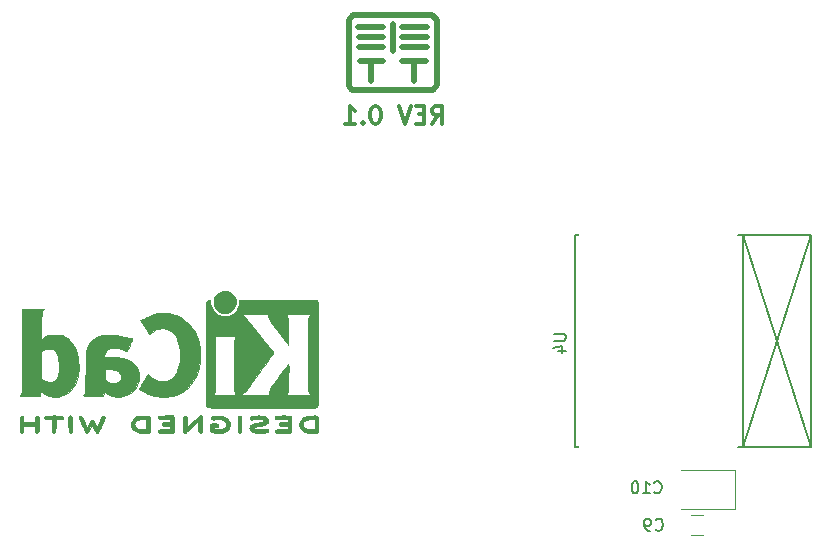
<source format=gbo>
%TF.GenerationSoftware,KiCad,Pcbnew,(2017-11-08 revision cd21218)-HEAD*%
%TF.CreationDate,2018-01-31T21:03:46+02:00*%
%TF.ProjectId,esp8266_uno,657370383236365F756E6F2E6B696361,rev?*%
%TF.SameCoordinates,Original*%
%TF.FileFunction,Legend,Bot*%
%TF.FilePolarity,Positive*%
%FSLAX46Y46*%
G04 Gerber Fmt 4.6, Leading zero omitted, Abs format (unit mm)*
G04 Created by KiCad (PCBNEW (2017-11-08 revision cd21218)-HEAD) date Wed Jan 31 21:03:46 2018*
%MOMM*%
%LPD*%
G01*
G04 APERTURE LIST*
%ADD10C,0.300000*%
%ADD11C,0.152400*%
%ADD12C,0.150000*%
%ADD13C,0.500000*%
%ADD14C,0.010000*%
%ADD15C,0.120000*%
%ADD16O,1.300000X2.400000*%
%ADD17R,1.300000X2.400000*%
%ADD18R,4.700000X4.700000*%
%ADD19R,3.900000X3.900000*%
%ADD20O,2.000000X2.000000*%
%ADD21R,2.000000X2.000000*%
%ADD22C,1.920000*%
%ADD23C,3.100000*%
%ADD24C,3.600000*%
%ADD25C,2.400000*%
%ADD26R,1.900000X1.650000*%
%ADD27R,2.350000X2.900000*%
G04 APERTURE END LIST*
D10*
X147613285Y-93515571D02*
X148113285Y-92801285D01*
X148470428Y-93515571D02*
X148470428Y-92015571D01*
X147899000Y-92015571D01*
X147756142Y-92087000D01*
X147684714Y-92158428D01*
X147613285Y-92301285D01*
X147613285Y-92515571D01*
X147684714Y-92658428D01*
X147756142Y-92729857D01*
X147899000Y-92801285D01*
X148470428Y-92801285D01*
X146970428Y-92729857D02*
X146470428Y-92729857D01*
X146256142Y-93515571D02*
X146970428Y-93515571D01*
X146970428Y-92015571D01*
X146256142Y-92015571D01*
X145827571Y-92015571D02*
X145327571Y-93515571D01*
X144827571Y-92015571D01*
X142899000Y-92015571D02*
X142756142Y-92015571D01*
X142613285Y-92087000D01*
X142541857Y-92158428D01*
X142470428Y-92301285D01*
X142399000Y-92587000D01*
X142399000Y-92944142D01*
X142470428Y-93229857D01*
X142541857Y-93372714D01*
X142613285Y-93444142D01*
X142756142Y-93515571D01*
X142899000Y-93515571D01*
X143041857Y-93444142D01*
X143113285Y-93372714D01*
X143184714Y-93229857D01*
X143256142Y-92944142D01*
X143256142Y-92587000D01*
X143184714Y-92301285D01*
X143113285Y-92158428D01*
X143041857Y-92087000D01*
X142899000Y-92015571D01*
X141756142Y-93372714D02*
X141684714Y-93444142D01*
X141756142Y-93515571D01*
X141827571Y-93444142D01*
X141756142Y-93372714D01*
X141756142Y-93515571D01*
X140256142Y-93515571D02*
X141113285Y-93515571D01*
X140684714Y-93515571D02*
X140684714Y-92015571D01*
X140827571Y-92229857D01*
X140970428Y-92372714D01*
X141113285Y-92444142D01*
D11*
X179705000Y-120904000D02*
X173520000Y-120904000D01*
X160120000Y-102920800D02*
X159740600Y-102920800D01*
X160120000Y-120904000D02*
X159740600Y-120904000D01*
X179705000Y-102920800D02*
X173520000Y-102920800D01*
X159702500Y-120904000D02*
X159702500Y-102920800D01*
X179705000Y-102933500D02*
X179705000Y-120904000D01*
X179720000Y-102904000D02*
X173920000Y-120904000D01*
X179720000Y-120904000D02*
X173920000Y-102904000D01*
X173920000Y-120904000D02*
X173920000Y-102904000D01*
D12*
X145059400Y-85318600D02*
X145059400Y-85318600D01*
D13*
X147172089Y-85318600D02*
X145059400Y-85318600D01*
X148072000Y-84709000D02*
X147640200Y-84353400D01*
X147572015Y-84353400D02*
X140971983Y-84353400D01*
X148072000Y-90238956D02*
X148072000Y-84734400D01*
X147716400Y-90638000D02*
X148072000Y-90282400D01*
X140872000Y-90638000D02*
X147672000Y-90638000D01*
X140572000Y-90338000D02*
X140876800Y-90642800D01*
X140572000Y-84738000D02*
X140572000Y-90341646D01*
X140953000Y-84353400D02*
X140572000Y-84734400D01*
X147172745Y-86182200D02*
X145084800Y-86182200D01*
X147172014Y-87045800D02*
X145110200Y-87045800D01*
X143459200Y-85318600D02*
X141371910Y-85318600D01*
X143484600Y-86182200D02*
X141471227Y-86182200D01*
X143474121Y-87045800D02*
X141469916Y-87045800D01*
X144272000Y-87350600D02*
X144272000Y-85082000D01*
X145071864Y-88214200D02*
X147140600Y-88214200D01*
X146072000Y-88214200D02*
X146072000Y-89938000D01*
X142472000Y-88214200D02*
X142472000Y-89938019D01*
X141471859Y-88214200D02*
X143472134Y-88214200D01*
D14*
G36*
X129915380Y-107691594D02*
X129721970Y-107740286D01*
X129548029Y-107826332D01*
X129397740Y-107946421D01*
X129275284Y-108097243D01*
X129184845Y-108275486D01*
X129132086Y-108468967D01*
X129120332Y-108664364D01*
X129150173Y-108852920D01*
X129217874Y-109029419D01*
X129319703Y-109188645D01*
X129451925Y-109325385D01*
X129610808Y-109434422D01*
X129792617Y-109510540D01*
X129895606Y-109535498D01*
X129984999Y-109550608D01*
X130053909Y-109556579D01*
X130120124Y-109552913D01*
X130201434Y-109539113D01*
X130267922Y-109525100D01*
X130455588Y-109461800D01*
X130623681Y-109359096D01*
X130768416Y-109220102D01*
X130886007Y-109047935D01*
X130914029Y-108993214D01*
X130947051Y-108920155D01*
X130967760Y-108858803D01*
X130978941Y-108794252D01*
X130983380Y-108711599D01*
X130983939Y-108619018D01*
X130975729Y-108449549D01*
X130948779Y-108310373D01*
X130898174Y-108188582D01*
X130819002Y-108071272D01*
X130741562Y-107982349D01*
X130597136Y-107850125D01*
X130446279Y-107758855D01*
X130280038Y-107704208D01*
X130124078Y-107683567D01*
X129915380Y-107691594D01*
X129915380Y-107691594D01*
G37*
X129915380Y-107691594D02*
X129721970Y-107740286D01*
X129548029Y-107826332D01*
X129397740Y-107946421D01*
X129275284Y-108097243D01*
X129184845Y-108275486D01*
X129132086Y-108468967D01*
X129120332Y-108664364D01*
X129150173Y-108852920D01*
X129217874Y-109029419D01*
X129319703Y-109188645D01*
X129451925Y-109325385D01*
X129610808Y-109434422D01*
X129792617Y-109510540D01*
X129895606Y-109535498D01*
X129984999Y-109550608D01*
X130053909Y-109556579D01*
X130120124Y-109552913D01*
X130201434Y-109539113D01*
X130267922Y-109525100D01*
X130455588Y-109461800D01*
X130623681Y-109359096D01*
X130768416Y-109220102D01*
X130886007Y-109047935D01*
X130914029Y-108993214D01*
X130947051Y-108920155D01*
X130967760Y-108858803D01*
X130978941Y-108794252D01*
X130983380Y-108711599D01*
X130983939Y-108619018D01*
X130975729Y-108449549D01*
X130948779Y-108310373D01*
X130898174Y-108188582D01*
X130819002Y-108071272D01*
X130741562Y-107982349D01*
X130597136Y-107850125D01*
X130446279Y-107758855D01*
X130280038Y-107704208D01*
X130124078Y-107683567D01*
X129915380Y-107691594D01*
G36*
X112920749Y-112604777D02*
X112920710Y-113075705D01*
X112920658Y-113503488D01*
X112920512Y-113890338D01*
X112920195Y-114238466D01*
X112919629Y-114550085D01*
X112918735Y-114827406D01*
X112917435Y-115072640D01*
X112915651Y-115288001D01*
X112913303Y-115475700D01*
X112910315Y-115637948D01*
X112906607Y-115776957D01*
X112902101Y-115894940D01*
X112896718Y-115994109D01*
X112890381Y-116076674D01*
X112883012Y-116144848D01*
X112874530Y-116200843D01*
X112864859Y-116246870D01*
X112853921Y-116285143D01*
X112841635Y-116317871D01*
X112827925Y-116347268D01*
X112812712Y-116375544D01*
X112795917Y-116404913D01*
X112785484Y-116423207D01*
X112716648Y-116545179D01*
X114440607Y-116545179D01*
X114440607Y-116352411D01*
X114442077Y-116265296D01*
X114445998Y-116198671D01*
X114451641Y-116162950D01*
X114454136Y-116159643D01*
X114477082Y-116173472D01*
X114522714Y-116209317D01*
X114568316Y-116248239D01*
X114677973Y-116330072D01*
X114817550Y-116412445D01*
X114972341Y-116487791D01*
X115127640Y-116548543D01*
X115189620Y-116567926D01*
X115327227Y-116597188D01*
X115493669Y-116617199D01*
X115673254Y-116627331D01*
X115850287Y-116626956D01*
X116009075Y-116615445D01*
X116084803Y-116603777D01*
X116362230Y-116527314D01*
X116617969Y-116411351D01*
X116850645Y-116256942D01*
X117058881Y-116065144D01*
X117241299Y-115837012D01*
X117375499Y-115614426D01*
X117485724Y-115379872D01*
X117570100Y-115140108D01*
X117630361Y-114886996D01*
X117668241Y-114612398D01*
X117685474Y-114308174D01*
X117686934Y-114152589D01*
X117682726Y-114038527D01*
X116017091Y-114038527D01*
X116016673Y-114225495D01*
X116010821Y-114401658D01*
X115999446Y-114556506D01*
X115982460Y-114679527D01*
X115977270Y-114704319D01*
X115913384Y-114919843D01*
X115829694Y-115094670D01*
X115725502Y-115229237D01*
X115600109Y-115323983D01*
X115452815Y-115379350D01*
X115282923Y-115395774D01*
X115089733Y-115373695D01*
X114962214Y-115342111D01*
X114863489Y-115305569D01*
X114754748Y-115253642D01*
X114673062Y-115206026D01*
X114531321Y-115112877D01*
X114531321Y-112802225D01*
X114666738Y-112714701D01*
X114824490Y-112632490D01*
X114993613Y-112578951D01*
X115164621Y-112554996D01*
X115328029Y-112561539D01*
X115474353Y-112599493D01*
X115538546Y-112630770D01*
X115654912Y-112717148D01*
X115753264Y-112831199D01*
X115835940Y-112977092D01*
X115905279Y-113158992D01*
X115963620Y-113381069D01*
X115966194Y-113392857D01*
X115986626Y-113517921D01*
X116001979Y-113674229D01*
X116012163Y-113851268D01*
X116017091Y-114038527D01*
X117682726Y-114038527D01*
X117671161Y-113725058D01*
X117627076Y-113331637D01*
X117554786Y-112972587D01*
X117454394Y-112648170D01*
X117326005Y-112358646D01*
X117169722Y-112104276D01*
X116985650Y-111885321D01*
X116773893Y-111702042D01*
X116683161Y-111639864D01*
X116480362Y-111527068D01*
X116272859Y-111447492D01*
X116051700Y-111398957D01*
X115807934Y-111379280D01*
X115622097Y-111381380D01*
X115361631Y-111403410D01*
X115135438Y-111447236D01*
X114936973Y-111514872D01*
X114759694Y-111608331D01*
X114661527Y-111677060D01*
X114602532Y-111721085D01*
X114558957Y-111751160D01*
X114542464Y-111760000D01*
X114539220Y-111738245D01*
X114536627Y-111676665D01*
X114534660Y-111580788D01*
X114533295Y-111456141D01*
X114532505Y-111308250D01*
X114532265Y-111142644D01*
X114532550Y-110964849D01*
X114533335Y-110780393D01*
X114534594Y-110594803D01*
X114536302Y-110413606D01*
X114538433Y-110242330D01*
X114540963Y-110086501D01*
X114543865Y-109951648D01*
X114547114Y-109843297D01*
X114550685Y-109766975D01*
X114551673Y-109752946D01*
X114566895Y-109611486D01*
X114590121Y-109500696D01*
X114625757Y-109406032D01*
X114678209Y-109312952D01*
X114690799Y-109293705D01*
X114739882Y-109220000D01*
X112921143Y-109220000D01*
X112920749Y-112604777D01*
X112920749Y-112604777D01*
G37*
X112920749Y-112604777D02*
X112920710Y-113075705D01*
X112920658Y-113503488D01*
X112920512Y-113890338D01*
X112920195Y-114238466D01*
X112919629Y-114550085D01*
X112918735Y-114827406D01*
X112917435Y-115072640D01*
X112915651Y-115288001D01*
X112913303Y-115475700D01*
X112910315Y-115637948D01*
X112906607Y-115776957D01*
X112902101Y-115894940D01*
X112896718Y-115994109D01*
X112890381Y-116076674D01*
X112883012Y-116144848D01*
X112874530Y-116200843D01*
X112864859Y-116246870D01*
X112853921Y-116285143D01*
X112841635Y-116317871D01*
X112827925Y-116347268D01*
X112812712Y-116375544D01*
X112795917Y-116404913D01*
X112785484Y-116423207D01*
X112716648Y-116545179D01*
X114440607Y-116545179D01*
X114440607Y-116352411D01*
X114442077Y-116265296D01*
X114445998Y-116198671D01*
X114451641Y-116162950D01*
X114454136Y-116159643D01*
X114477082Y-116173472D01*
X114522714Y-116209317D01*
X114568316Y-116248239D01*
X114677973Y-116330072D01*
X114817550Y-116412445D01*
X114972341Y-116487791D01*
X115127640Y-116548543D01*
X115189620Y-116567926D01*
X115327227Y-116597188D01*
X115493669Y-116617199D01*
X115673254Y-116627331D01*
X115850287Y-116626956D01*
X116009075Y-116615445D01*
X116084803Y-116603777D01*
X116362230Y-116527314D01*
X116617969Y-116411351D01*
X116850645Y-116256942D01*
X117058881Y-116065144D01*
X117241299Y-115837012D01*
X117375499Y-115614426D01*
X117485724Y-115379872D01*
X117570100Y-115140108D01*
X117630361Y-114886996D01*
X117668241Y-114612398D01*
X117685474Y-114308174D01*
X117686934Y-114152589D01*
X117682726Y-114038527D01*
X116017091Y-114038527D01*
X116016673Y-114225495D01*
X116010821Y-114401658D01*
X115999446Y-114556506D01*
X115982460Y-114679527D01*
X115977270Y-114704319D01*
X115913384Y-114919843D01*
X115829694Y-115094670D01*
X115725502Y-115229237D01*
X115600109Y-115323983D01*
X115452815Y-115379350D01*
X115282923Y-115395774D01*
X115089733Y-115373695D01*
X114962214Y-115342111D01*
X114863489Y-115305569D01*
X114754748Y-115253642D01*
X114673062Y-115206026D01*
X114531321Y-115112877D01*
X114531321Y-112802225D01*
X114666738Y-112714701D01*
X114824490Y-112632490D01*
X114993613Y-112578951D01*
X115164621Y-112554996D01*
X115328029Y-112561539D01*
X115474353Y-112599493D01*
X115538546Y-112630770D01*
X115654912Y-112717148D01*
X115753264Y-112831199D01*
X115835940Y-112977092D01*
X115905279Y-113158992D01*
X115963620Y-113381069D01*
X115966194Y-113392857D01*
X115986626Y-113517921D01*
X116001979Y-113674229D01*
X116012163Y-113851268D01*
X116017091Y-114038527D01*
X117682726Y-114038527D01*
X117671161Y-113725058D01*
X117627076Y-113331637D01*
X117554786Y-112972587D01*
X117454394Y-112648170D01*
X117326005Y-112358646D01*
X117169722Y-112104276D01*
X116985650Y-111885321D01*
X116773893Y-111702042D01*
X116683161Y-111639864D01*
X116480362Y-111527068D01*
X116272859Y-111447492D01*
X116051700Y-111398957D01*
X115807934Y-111379280D01*
X115622097Y-111381380D01*
X115361631Y-111403410D01*
X115135438Y-111447236D01*
X114936973Y-111514872D01*
X114759694Y-111608331D01*
X114661527Y-111677060D01*
X114602532Y-111721085D01*
X114558957Y-111751160D01*
X114542464Y-111760000D01*
X114539220Y-111738245D01*
X114536627Y-111676665D01*
X114534660Y-111580788D01*
X114533295Y-111456141D01*
X114532505Y-111308250D01*
X114532265Y-111142644D01*
X114532550Y-110964849D01*
X114533335Y-110780393D01*
X114534594Y-110594803D01*
X114536302Y-110413606D01*
X114538433Y-110242330D01*
X114540963Y-110086501D01*
X114543865Y-109951648D01*
X114547114Y-109843297D01*
X114550685Y-109766975D01*
X114551673Y-109752946D01*
X114566895Y-109611486D01*
X114590121Y-109500696D01*
X114625757Y-109406032D01*
X114678209Y-109312952D01*
X114690799Y-109293705D01*
X114739882Y-109220000D01*
X112921143Y-109220000D01*
X112920749Y-112604777D01*
G36*
X119977981Y-111387984D02*
X119672788Y-111428192D01*
X119401052Y-111495762D01*
X119161019Y-111591233D01*
X118950934Y-111715143D01*
X118795022Y-111842831D01*
X118656726Y-111991761D01*
X118548764Y-112152017D01*
X118462573Y-112337281D01*
X118431486Y-112423805D01*
X118405653Y-112502115D01*
X118383149Y-112574732D01*
X118363714Y-112645336D01*
X118347088Y-112717610D01*
X118333011Y-112795234D01*
X118321221Y-112881890D01*
X118311460Y-112981259D01*
X118303465Y-113097022D01*
X118296978Y-113232861D01*
X118291736Y-113392457D01*
X118287481Y-113579491D01*
X118283952Y-113797644D01*
X118280888Y-114050598D01*
X118278028Y-114342033D01*
X118275513Y-114628839D01*
X118272848Y-114942615D01*
X118270426Y-115214364D01*
X118267996Y-115447413D01*
X118265305Y-115645090D01*
X118262101Y-115810722D01*
X118258134Y-115947636D01*
X118253149Y-116059160D01*
X118246897Y-116148622D01*
X118239124Y-116219348D01*
X118229580Y-116274666D01*
X118218011Y-116317903D01*
X118204166Y-116352388D01*
X118187793Y-116381446D01*
X118168641Y-116408406D01*
X118146457Y-116436594D01*
X118137817Y-116447509D01*
X118106037Y-116493390D01*
X118091902Y-116524635D01*
X118091857Y-116525558D01*
X118113708Y-116529975D01*
X118175956Y-116534045D01*
X118273639Y-116537652D01*
X118401796Y-116540683D01*
X118555468Y-116543023D01*
X118729693Y-116544558D01*
X118919510Y-116545172D01*
X118941420Y-116545179D01*
X119790984Y-116545179D01*
X119797536Y-116352188D01*
X119804089Y-116159197D01*
X119928821Y-116261627D01*
X120124350Y-116397257D01*
X120345134Y-116507129D01*
X120518835Y-116567857D01*
X120657593Y-116597365D01*
X120825042Y-116617440D01*
X121005376Y-116627458D01*
X121182793Y-116626790D01*
X121341487Y-116614812D01*
X121414268Y-116603334D01*
X121695555Y-116527272D01*
X121949535Y-116417096D01*
X122174371Y-116274446D01*
X122368226Y-116100962D01*
X122529266Y-115898284D01*
X122655654Y-115668054D01*
X122744801Y-115414745D01*
X122769580Y-115301073D01*
X122784867Y-115176119D01*
X122792157Y-115025774D01*
X122793151Y-114957679D01*
X122793020Y-114951280D01*
X121266359Y-114951280D01*
X121247688Y-115102053D01*
X121191063Y-115230277D01*
X121093693Y-115342050D01*
X121083534Y-115350914D01*
X120986514Y-115420879D01*
X120882635Y-115466244D01*
X120760629Y-115490192D01*
X120609230Y-115495904D01*
X120572853Y-115495090D01*
X120464736Y-115489761D01*
X120384319Y-115478880D01*
X120313973Y-115458462D01*
X120236069Y-115424520D01*
X120214690Y-115414117D01*
X120092846Y-115342141D01*
X119998791Y-115256496D01*
X119973203Y-115225884D01*
X119883464Y-115112356D01*
X119883464Y-114718855D01*
X119884540Y-114560860D01*
X119887935Y-114444441D01*
X119893898Y-114365865D01*
X119902679Y-114321399D01*
X119910885Y-114308408D01*
X119942878Y-114302052D01*
X120010746Y-114296784D01*
X120105013Y-114293101D01*
X120216200Y-114291499D01*
X120234055Y-114291469D01*
X120476684Y-114302023D01*
X120682941Y-114334502D01*
X120856821Y-114390145D01*
X121002319Y-114470195D01*
X121112669Y-114564514D01*
X121202161Y-114680804D01*
X121251830Y-114807463D01*
X121266359Y-114951280D01*
X122793020Y-114951280D01*
X122789267Y-114769331D01*
X122772504Y-114610828D01*
X122739867Y-114467747D01*
X122688365Y-114325665D01*
X122640158Y-114220454D01*
X122522397Y-114029009D01*
X122365506Y-113852171D01*
X122174259Y-113693160D01*
X121953431Y-113555192D01*
X121707795Y-113441488D01*
X121442126Y-113355265D01*
X121312214Y-113325253D01*
X121038635Y-113280846D01*
X120740418Y-113251549D01*
X120436154Y-113238731D01*
X120181907Y-113242010D01*
X119856688Y-113255629D01*
X119871594Y-113137145D01*
X119910352Y-112937953D01*
X119972897Y-112775792D01*
X120060959Y-112649418D01*
X120176268Y-112557590D01*
X120320554Y-112499063D01*
X120495547Y-112472594D01*
X120702978Y-112476941D01*
X120779268Y-112484979D01*
X121062909Y-112535539D01*
X121337757Y-112617974D01*
X121527660Y-112694316D01*
X121618383Y-112733238D01*
X121695591Y-112764518D01*
X121748529Y-112783893D01*
X121763974Y-112788007D01*
X121783550Y-112769769D01*
X121817136Y-112711571D01*
X121865050Y-112612757D01*
X121927607Y-112472669D01*
X122005123Y-112290649D01*
X122018377Y-112258929D01*
X122078758Y-112113649D01*
X122132958Y-111982371D01*
X122178636Y-111870837D01*
X122213452Y-111784787D01*
X122235064Y-111729961D01*
X122241305Y-111712204D01*
X122221218Y-111702652D01*
X122168430Y-111692051D01*
X122111634Y-111684659D01*
X122051050Y-111675103D01*
X121955049Y-111656128D01*
X121832144Y-111629594D01*
X121690850Y-111597361D01*
X121539680Y-111561289D01*
X121482303Y-111547182D01*
X121271243Y-111495777D01*
X121095133Y-111455473D01*
X120945291Y-111424982D01*
X120813033Y-111403016D01*
X120689676Y-111388289D01*
X120566540Y-111379511D01*
X120434939Y-111375397D01*
X120318386Y-111374598D01*
X119977981Y-111387984D01*
X119977981Y-111387984D01*
G37*
X119977981Y-111387984D02*
X119672788Y-111428192D01*
X119401052Y-111495762D01*
X119161019Y-111591233D01*
X118950934Y-111715143D01*
X118795022Y-111842831D01*
X118656726Y-111991761D01*
X118548764Y-112152017D01*
X118462573Y-112337281D01*
X118431486Y-112423805D01*
X118405653Y-112502115D01*
X118383149Y-112574732D01*
X118363714Y-112645336D01*
X118347088Y-112717610D01*
X118333011Y-112795234D01*
X118321221Y-112881890D01*
X118311460Y-112981259D01*
X118303465Y-113097022D01*
X118296978Y-113232861D01*
X118291736Y-113392457D01*
X118287481Y-113579491D01*
X118283952Y-113797644D01*
X118280888Y-114050598D01*
X118278028Y-114342033D01*
X118275513Y-114628839D01*
X118272848Y-114942615D01*
X118270426Y-115214364D01*
X118267996Y-115447413D01*
X118265305Y-115645090D01*
X118262101Y-115810722D01*
X118258134Y-115947636D01*
X118253149Y-116059160D01*
X118246897Y-116148622D01*
X118239124Y-116219348D01*
X118229580Y-116274666D01*
X118218011Y-116317903D01*
X118204166Y-116352388D01*
X118187793Y-116381446D01*
X118168641Y-116408406D01*
X118146457Y-116436594D01*
X118137817Y-116447509D01*
X118106037Y-116493390D01*
X118091902Y-116524635D01*
X118091857Y-116525558D01*
X118113708Y-116529975D01*
X118175956Y-116534045D01*
X118273639Y-116537652D01*
X118401796Y-116540683D01*
X118555468Y-116543023D01*
X118729693Y-116544558D01*
X118919510Y-116545172D01*
X118941420Y-116545179D01*
X119790984Y-116545179D01*
X119797536Y-116352188D01*
X119804089Y-116159197D01*
X119928821Y-116261627D01*
X120124350Y-116397257D01*
X120345134Y-116507129D01*
X120518835Y-116567857D01*
X120657593Y-116597365D01*
X120825042Y-116617440D01*
X121005376Y-116627458D01*
X121182793Y-116626790D01*
X121341487Y-116614812D01*
X121414268Y-116603334D01*
X121695555Y-116527272D01*
X121949535Y-116417096D01*
X122174371Y-116274446D01*
X122368226Y-116100962D01*
X122529266Y-115898284D01*
X122655654Y-115668054D01*
X122744801Y-115414745D01*
X122769580Y-115301073D01*
X122784867Y-115176119D01*
X122792157Y-115025774D01*
X122793151Y-114957679D01*
X122793020Y-114951280D01*
X121266359Y-114951280D01*
X121247688Y-115102053D01*
X121191063Y-115230277D01*
X121093693Y-115342050D01*
X121083534Y-115350914D01*
X120986514Y-115420879D01*
X120882635Y-115466244D01*
X120760629Y-115490192D01*
X120609230Y-115495904D01*
X120572853Y-115495090D01*
X120464736Y-115489761D01*
X120384319Y-115478880D01*
X120313973Y-115458462D01*
X120236069Y-115424520D01*
X120214690Y-115414117D01*
X120092846Y-115342141D01*
X119998791Y-115256496D01*
X119973203Y-115225884D01*
X119883464Y-115112356D01*
X119883464Y-114718855D01*
X119884540Y-114560860D01*
X119887935Y-114444441D01*
X119893898Y-114365865D01*
X119902679Y-114321399D01*
X119910885Y-114308408D01*
X119942878Y-114302052D01*
X120010746Y-114296784D01*
X120105013Y-114293101D01*
X120216200Y-114291499D01*
X120234055Y-114291469D01*
X120476684Y-114302023D01*
X120682941Y-114334502D01*
X120856821Y-114390145D01*
X121002319Y-114470195D01*
X121112669Y-114564514D01*
X121202161Y-114680804D01*
X121251830Y-114807463D01*
X121266359Y-114951280D01*
X122793020Y-114951280D01*
X122789267Y-114769331D01*
X122772504Y-114610828D01*
X122739867Y-114467747D01*
X122688365Y-114325665D01*
X122640158Y-114220454D01*
X122522397Y-114029009D01*
X122365506Y-113852171D01*
X122174259Y-113693160D01*
X121953431Y-113555192D01*
X121707795Y-113441488D01*
X121442126Y-113355265D01*
X121312214Y-113325253D01*
X121038635Y-113280846D01*
X120740418Y-113251549D01*
X120436154Y-113238731D01*
X120181907Y-113242010D01*
X119856688Y-113255629D01*
X119871594Y-113137145D01*
X119910352Y-112937953D01*
X119972897Y-112775792D01*
X120060959Y-112649418D01*
X120176268Y-112557590D01*
X120320554Y-112499063D01*
X120495547Y-112472594D01*
X120702978Y-112476941D01*
X120779268Y-112484979D01*
X121062909Y-112535539D01*
X121337757Y-112617974D01*
X121527660Y-112694316D01*
X121618383Y-112733238D01*
X121695591Y-112764518D01*
X121748529Y-112783893D01*
X121763974Y-112788007D01*
X121783550Y-112769769D01*
X121817136Y-112711571D01*
X121865050Y-112612757D01*
X121927607Y-112472669D01*
X122005123Y-112290649D01*
X122018377Y-112258929D01*
X122078758Y-112113649D01*
X122132958Y-111982371D01*
X122178636Y-111870837D01*
X122213452Y-111784787D01*
X122235064Y-111729961D01*
X122241305Y-111712204D01*
X122221218Y-111702652D01*
X122168430Y-111692051D01*
X122111634Y-111684659D01*
X122051050Y-111675103D01*
X121955049Y-111656128D01*
X121832144Y-111629594D01*
X121690850Y-111597361D01*
X121539680Y-111561289D01*
X121482303Y-111547182D01*
X121271243Y-111495777D01*
X121095133Y-111455473D01*
X120945291Y-111424982D01*
X120813033Y-111403016D01*
X120689676Y-111388289D01*
X120566540Y-111379511D01*
X120434939Y-111375397D01*
X120318386Y-111374598D01*
X119977981Y-111387984D01*
G36*
X124689209Y-109544830D02*
X124367497Y-109587366D01*
X124038153Y-109668005D01*
X123697031Y-109787544D01*
X123339985Y-109946783D01*
X123317349Y-109957922D01*
X123201444Y-110014223D01*
X123097889Y-110062593D01*
X123014240Y-110099652D01*
X122958049Y-110122025D01*
X122938821Y-110127143D01*
X122900216Y-110137203D01*
X122890952Y-110145652D01*
X122901204Y-110166611D01*
X122933427Y-110219422D01*
X122983912Y-110298551D01*
X123048949Y-110398463D01*
X123124828Y-110513625D01*
X123207839Y-110638501D01*
X123294271Y-110767558D01*
X123380417Y-110895261D01*
X123462564Y-111016076D01*
X123537004Y-111124469D01*
X123600026Y-111214905D01*
X123647921Y-111281851D01*
X123676979Y-111319771D01*
X123680967Y-111324169D01*
X123701294Y-111314831D01*
X123746175Y-111280324D01*
X123807589Y-111227045D01*
X123839217Y-111197963D01*
X124033057Y-111046728D01*
X124247431Y-110935351D01*
X124479471Y-110864836D01*
X124726308Y-110836188D01*
X124865728Y-110838540D01*
X125109087Y-110873015D01*
X125328498Y-110945100D01*
X125524615Y-111055320D01*
X125698095Y-111204203D01*
X125849593Y-111392275D01*
X125979766Y-111620064D01*
X126054935Y-111794018D01*
X126143032Y-112066629D01*
X126207961Y-112362913D01*
X126249890Y-112675229D01*
X126268987Y-112995938D01*
X126265418Y-113317400D01*
X126239351Y-113631975D01*
X126190953Y-113932022D01*
X126120391Y-114209901D01*
X126027833Y-114457973D01*
X125995124Y-114526786D01*
X125858022Y-114755977D01*
X125696384Y-114949824D01*
X125512585Y-115106748D01*
X125308999Y-115225168D01*
X125087999Y-115303506D01*
X124851960Y-115340181D01*
X124768654Y-115342879D01*
X124524452Y-115320940D01*
X124282502Y-115255014D01*
X124045875Y-115146463D01*
X123817638Y-114996648D01*
X123634007Y-114839296D01*
X123540531Y-114749837D01*
X123176377Y-115347017D01*
X123085779Y-115496004D01*
X123002935Y-115633039D01*
X122930782Y-115753199D01*
X122872259Y-115851558D01*
X122830305Y-115923194D01*
X122807858Y-115963182D01*
X122804941Y-115969399D01*
X122821473Y-115988764D01*
X122872859Y-116023479D01*
X122952602Y-116070256D01*
X123054206Y-116125805D01*
X123171172Y-116186839D01*
X123297004Y-116250070D01*
X123425206Y-116312209D01*
X123549280Y-116369968D01*
X123662729Y-116420060D01*
X123759056Y-116459196D01*
X123806170Y-116476130D01*
X124074895Y-116552097D01*
X124351914Y-116602326D01*
X124648643Y-116628450D01*
X124903352Y-116633127D01*
X125039870Y-116630928D01*
X125171658Y-116626714D01*
X125287031Y-116621005D01*
X125374305Y-116614320D01*
X125402641Y-116610938D01*
X125681912Y-116553010D01*
X125966229Y-116462368D01*
X126242421Y-116344408D01*
X126497314Y-116204527D01*
X126653018Y-116098697D01*
X126908970Y-115881328D01*
X127146632Y-115627063D01*
X127361601Y-115342187D01*
X127549475Y-115032982D01*
X127705853Y-114705731D01*
X127793954Y-114470089D01*
X127894898Y-114101195D01*
X127962194Y-113710364D01*
X127995865Y-113306055D01*
X127995931Y-112896722D01*
X127962412Y-112490823D01*
X127895331Y-112096814D01*
X127794708Y-111723152D01*
X127787041Y-111699872D01*
X127660713Y-111374318D01*
X127506533Y-111077163D01*
X127319272Y-110799996D01*
X127093699Y-110534408D01*
X127005577Y-110443479D01*
X126732077Y-110194489D01*
X126450915Y-109988489D01*
X126157773Y-109823237D01*
X125848335Y-109696490D01*
X125518287Y-109606005D01*
X125326321Y-109570869D01*
X125007435Y-109539597D01*
X124689209Y-109544830D01*
X124689209Y-109544830D01*
G37*
X124689209Y-109544830D02*
X124367497Y-109587366D01*
X124038153Y-109668005D01*
X123697031Y-109787544D01*
X123339985Y-109946783D01*
X123317349Y-109957922D01*
X123201444Y-110014223D01*
X123097889Y-110062593D01*
X123014240Y-110099652D01*
X122958049Y-110122025D01*
X122938821Y-110127143D01*
X122900216Y-110137203D01*
X122890952Y-110145652D01*
X122901204Y-110166611D01*
X122933427Y-110219422D01*
X122983912Y-110298551D01*
X123048949Y-110398463D01*
X123124828Y-110513625D01*
X123207839Y-110638501D01*
X123294271Y-110767558D01*
X123380417Y-110895261D01*
X123462564Y-111016076D01*
X123537004Y-111124469D01*
X123600026Y-111214905D01*
X123647921Y-111281851D01*
X123676979Y-111319771D01*
X123680967Y-111324169D01*
X123701294Y-111314831D01*
X123746175Y-111280324D01*
X123807589Y-111227045D01*
X123839217Y-111197963D01*
X124033057Y-111046728D01*
X124247431Y-110935351D01*
X124479471Y-110864836D01*
X124726308Y-110836188D01*
X124865728Y-110838540D01*
X125109087Y-110873015D01*
X125328498Y-110945100D01*
X125524615Y-111055320D01*
X125698095Y-111204203D01*
X125849593Y-111392275D01*
X125979766Y-111620064D01*
X126054935Y-111794018D01*
X126143032Y-112066629D01*
X126207961Y-112362913D01*
X126249890Y-112675229D01*
X126268987Y-112995938D01*
X126265418Y-113317400D01*
X126239351Y-113631975D01*
X126190953Y-113932022D01*
X126120391Y-114209901D01*
X126027833Y-114457973D01*
X125995124Y-114526786D01*
X125858022Y-114755977D01*
X125696384Y-114949824D01*
X125512585Y-115106748D01*
X125308999Y-115225168D01*
X125087999Y-115303506D01*
X124851960Y-115340181D01*
X124768654Y-115342879D01*
X124524452Y-115320940D01*
X124282502Y-115255014D01*
X124045875Y-115146463D01*
X123817638Y-114996648D01*
X123634007Y-114839296D01*
X123540531Y-114749837D01*
X123176377Y-115347017D01*
X123085779Y-115496004D01*
X123002935Y-115633039D01*
X122930782Y-115753199D01*
X122872259Y-115851558D01*
X122830305Y-115923194D01*
X122807858Y-115963182D01*
X122804941Y-115969399D01*
X122821473Y-115988764D01*
X122872859Y-116023479D01*
X122952602Y-116070256D01*
X123054206Y-116125805D01*
X123171172Y-116186839D01*
X123297004Y-116250070D01*
X123425206Y-116312209D01*
X123549280Y-116369968D01*
X123662729Y-116420060D01*
X123759056Y-116459196D01*
X123806170Y-116476130D01*
X124074895Y-116552097D01*
X124351914Y-116602326D01*
X124648643Y-116628450D01*
X124903352Y-116633127D01*
X125039870Y-116630928D01*
X125171658Y-116626714D01*
X125287031Y-116621005D01*
X125374305Y-116614320D01*
X125402641Y-116610938D01*
X125681912Y-116553010D01*
X125966229Y-116462368D01*
X126242421Y-116344408D01*
X126497314Y-116204527D01*
X126653018Y-116098697D01*
X126908970Y-115881328D01*
X127146632Y-115627063D01*
X127361601Y-115342187D01*
X127549475Y-115032982D01*
X127705853Y-114705731D01*
X127793954Y-114470089D01*
X127894898Y-114101195D01*
X127962194Y-113710364D01*
X127995865Y-113306055D01*
X127995931Y-112896722D01*
X127962412Y-112490823D01*
X127895331Y-112096814D01*
X127794708Y-111723152D01*
X127787041Y-111699872D01*
X127660713Y-111374318D01*
X127506533Y-111077163D01*
X127319272Y-110799996D01*
X127093699Y-110534408D01*
X127005577Y-110443479D01*
X126732077Y-110194489D01*
X126450915Y-109988489D01*
X126157773Y-109823237D01*
X125848335Y-109696490D01*
X125518287Y-109606005D01*
X125326321Y-109570869D01*
X125007435Y-109539597D01*
X124689209Y-109544830D01*
G36*
X131268107Y-108620689D02*
X131246280Y-108849585D01*
X131182763Y-109065791D01*
X131080503Y-109264673D01*
X130942446Y-109441597D01*
X130771538Y-109591929D01*
X130576698Y-109708181D01*
X130363212Y-109787777D01*
X130148229Y-109825080D01*
X129935986Y-109822791D01*
X129730724Y-109783609D01*
X129536680Y-109710234D01*
X129358093Y-109605368D01*
X129199204Y-109471708D01*
X129064250Y-109311957D01*
X128957471Y-109128814D01*
X128883105Y-108924978D01*
X128845392Y-108703151D01*
X128841500Y-108602914D01*
X128841500Y-108426250D01*
X128737178Y-108426250D01*
X128664239Y-108431965D01*
X128610204Y-108455669D01*
X128555750Y-108503357D01*
X128478643Y-108580464D01*
X128478643Y-112983173D01*
X128478661Y-113509789D01*
X128478726Y-113992939D01*
X128478854Y-114434515D01*
X128479062Y-114836409D01*
X128479366Y-115200512D01*
X128479783Y-115528715D01*
X128480328Y-115822911D01*
X128481019Y-116084990D01*
X128481872Y-116316845D01*
X128482902Y-116520366D01*
X128484127Y-116697446D01*
X128485563Y-116849976D01*
X128487226Y-116979847D01*
X128489133Y-117088951D01*
X128491299Y-117179179D01*
X128493742Y-117252424D01*
X128496478Y-117310576D01*
X128499523Y-117355528D01*
X128502893Y-117389170D01*
X128506606Y-117413395D01*
X128510676Y-117430093D01*
X128515122Y-117441157D01*
X128517296Y-117444874D01*
X128525659Y-117458960D01*
X128532760Y-117471911D01*
X128540453Y-117483772D01*
X128550593Y-117494593D01*
X128565034Y-117504420D01*
X128585631Y-117513300D01*
X128614239Y-117521282D01*
X128652711Y-117528412D01*
X128702903Y-117534738D01*
X128766669Y-117540308D01*
X128845864Y-117545168D01*
X128942342Y-117549366D01*
X129057958Y-117552950D01*
X129194565Y-117555968D01*
X129354020Y-117558465D01*
X129538175Y-117560490D01*
X129748886Y-117562091D01*
X129988008Y-117563314D01*
X130257395Y-117564208D01*
X130558900Y-117564819D01*
X130894380Y-117565194D01*
X131265688Y-117565383D01*
X131674679Y-117565431D01*
X132123208Y-117565386D01*
X132613128Y-117565295D01*
X133146295Y-117565207D01*
X133223405Y-117565198D01*
X133759745Y-117565111D01*
X134252575Y-117564969D01*
X134703742Y-117564758D01*
X135115093Y-117564462D01*
X135488476Y-117564067D01*
X135825738Y-117563559D01*
X136128725Y-117562924D01*
X136399286Y-117562146D01*
X136639267Y-117561211D01*
X136850515Y-117560105D01*
X137034878Y-117558813D01*
X137194202Y-117557320D01*
X137330335Y-117555613D01*
X137445125Y-117553676D01*
X137540417Y-117551496D01*
X137618060Y-117549057D01*
X137679900Y-117546345D01*
X137727785Y-117543346D01*
X137763562Y-117540045D01*
X137789078Y-117536427D01*
X137806181Y-117532479D01*
X137814935Y-117529127D01*
X137831935Y-117521954D01*
X137847542Y-117516659D01*
X137861816Y-117511362D01*
X137874816Y-117504188D01*
X137886600Y-117493256D01*
X137897228Y-117476691D01*
X137906759Y-117452614D01*
X137915253Y-117419147D01*
X137922769Y-117374413D01*
X137929366Y-117316533D01*
X137935104Y-117243631D01*
X137940040Y-117153828D01*
X137944236Y-117045246D01*
X137947750Y-116916007D01*
X137950641Y-116764235D01*
X137952968Y-116588050D01*
X137954791Y-116385576D01*
X137956170Y-116154935D01*
X137957162Y-115894248D01*
X137957828Y-115601638D01*
X137958227Y-115275227D01*
X137958417Y-114913138D01*
X137958459Y-114513492D01*
X137958412Y-114074412D01*
X137958334Y-113594020D01*
X137958286Y-113070438D01*
X137958285Y-112985759D01*
X137958313Y-112457618D01*
X137958363Y-111972943D01*
X137958385Y-111529841D01*
X137958326Y-111126421D01*
X137958136Y-110760791D01*
X137957763Y-110431060D01*
X137957154Y-110135334D01*
X137956260Y-109871724D01*
X137955096Y-109650893D01*
X137346716Y-109650893D01*
X137266781Y-109767098D01*
X137244340Y-109798775D01*
X137224109Y-109826823D01*
X137205973Y-109853628D01*
X137189820Y-109881571D01*
X137175534Y-109913036D01*
X137163001Y-109950406D01*
X137152107Y-109996066D01*
X137142739Y-110052399D01*
X137134782Y-110121787D01*
X137128122Y-110206614D01*
X137122644Y-110309264D01*
X137118236Y-110432120D01*
X137114782Y-110577566D01*
X137112168Y-110747984D01*
X137110281Y-110945759D01*
X137109006Y-111173274D01*
X137108230Y-111432911D01*
X137107837Y-111727055D01*
X137107714Y-112058090D01*
X137107747Y-112428397D01*
X137107822Y-112840361D01*
X137107839Y-113086696D01*
X137107791Y-113522532D01*
X137107723Y-113915396D01*
X137107747Y-114267675D01*
X137107977Y-114581756D01*
X137108525Y-114860025D01*
X137109504Y-115104867D01*
X137111028Y-115318669D01*
X137113209Y-115503817D01*
X137116160Y-115662696D01*
X137119994Y-115797694D01*
X137124825Y-115911196D01*
X137130765Y-116005588D01*
X137137926Y-116083257D01*
X137146423Y-116146588D01*
X137156368Y-116197968D01*
X137167873Y-116239783D01*
X137181053Y-116274418D01*
X137196019Y-116304261D01*
X137212885Y-116331696D01*
X137231764Y-116359111D01*
X137252768Y-116388891D01*
X137265004Y-116406752D01*
X137342897Y-116522500D01*
X136275023Y-116522500D01*
X136027425Y-116522430D01*
X135821518Y-116522128D01*
X135653637Y-116521452D01*
X135520116Y-116520261D01*
X135417290Y-116518415D01*
X135341492Y-116515772D01*
X135289057Y-116512193D01*
X135256320Y-116507535D01*
X135239614Y-116501659D01*
X135235275Y-116494423D01*
X135239636Y-116485686D01*
X135242039Y-116482812D01*
X135292563Y-116408339D01*
X135344590Y-116302265D01*
X135392019Y-116177708D01*
X135408631Y-116124646D01*
X135417906Y-116088603D01*
X135425744Y-116046293D01*
X135432310Y-115993526D01*
X135437769Y-115926113D01*
X135442288Y-115839863D01*
X135446030Y-115730588D01*
X135449161Y-115594098D01*
X135451845Y-115426203D01*
X135454249Y-115222714D01*
X135456537Y-114979441D01*
X135457295Y-114889643D01*
X135459337Y-114638223D01*
X135460861Y-114428557D01*
X135461750Y-114257046D01*
X135461886Y-114120088D01*
X135461152Y-114014082D01*
X135459430Y-113935429D01*
X135456604Y-113880527D01*
X135452555Y-113845776D01*
X135447166Y-113827575D01*
X135440321Y-113822323D01*
X135431901Y-113826420D01*
X135422913Y-113835089D01*
X135402111Y-113861075D01*
X135357798Y-113919483D01*
X135293109Y-114006033D01*
X135211179Y-114116443D01*
X135115144Y-114246430D01*
X135008139Y-114391714D01*
X134893299Y-114548013D01*
X134773760Y-114711045D01*
X134652658Y-114876529D01*
X134533127Y-115040183D01*
X134418304Y-115197725D01*
X134311322Y-115344874D01*
X134215318Y-115477349D01*
X134133428Y-115590866D01*
X134068786Y-115681146D01*
X134024528Y-115743907D01*
X134015351Y-115757231D01*
X133969303Y-115831366D01*
X133915447Y-115927774D01*
X133864423Y-116027292D01*
X133857953Y-116040713D01*
X133814404Y-116137534D01*
X133789119Y-116212992D01*
X133777608Y-116284963D01*
X133775362Y-116369420D01*
X133776635Y-116522500D01*
X131457450Y-116522500D01*
X131640591Y-116334201D01*
X131734603Y-116233967D01*
X131835627Y-116120504D01*
X131928127Y-116011480D01*
X131969160Y-115960549D01*
X132030309Y-115881105D01*
X132110775Y-115774207D01*
X132208207Y-115643126D01*
X132320252Y-115491138D01*
X132444557Y-115321516D01*
X132578769Y-115137532D01*
X132720536Y-114942462D01*
X132867505Y-114739577D01*
X133017322Y-114532153D01*
X133167636Y-114323462D01*
X133316094Y-114116779D01*
X133460342Y-113915376D01*
X133598029Y-113722527D01*
X133726801Y-113541506D01*
X133844306Y-113375586D01*
X133948190Y-113228041D01*
X134036102Y-113102145D01*
X134105688Y-113001171D01*
X134154595Y-112928393D01*
X134180472Y-112887084D01*
X134184004Y-112878843D01*
X134168014Y-112856089D01*
X134126239Y-112801486D01*
X134061416Y-112718451D01*
X133976284Y-112610400D01*
X133873581Y-112480749D01*
X133756045Y-112332914D01*
X133626416Y-112170312D01*
X133487432Y-111996360D01*
X133341830Y-111814472D01*
X133192350Y-111628066D01*
X133072358Y-111478687D01*
X131041321Y-111478687D01*
X131029449Y-111504717D01*
X131000662Y-111549414D01*
X130998558Y-111552392D01*
X130960816Y-111612967D01*
X130921347Y-111686959D01*
X130913514Y-111703304D01*
X130906410Y-111720237D01*
X130900132Y-111740565D01*
X130894618Y-111767086D01*
X130889809Y-111802598D01*
X130885644Y-111849901D01*
X130882061Y-111911794D01*
X130879001Y-111991074D01*
X130876404Y-112090541D01*
X130874208Y-112212993D01*
X130872353Y-112361228D01*
X130870779Y-112538046D01*
X130869424Y-112746246D01*
X130868230Y-112988625D01*
X130867134Y-113267983D01*
X130866077Y-113587118D01*
X130865004Y-113946428D01*
X130863923Y-114318317D01*
X130863050Y-114647658D01*
X130862521Y-114937261D01*
X130862471Y-115189935D01*
X130863036Y-115408490D01*
X130864350Y-115595735D01*
X130866550Y-115754480D01*
X130869771Y-115887535D01*
X130874149Y-115997708D01*
X130879818Y-116087809D01*
X130886914Y-116160648D01*
X130895573Y-116219034D01*
X130905930Y-116265777D01*
X130918121Y-116303686D01*
X130932280Y-116335570D01*
X130948544Y-116364240D01*
X130967047Y-116392504D01*
X130984124Y-116417550D01*
X131018549Y-116470373D01*
X131038932Y-116505698D01*
X131041321Y-116512168D01*
X131019410Y-116514332D01*
X130956745Y-116516342D01*
X130857930Y-116518150D01*
X130727569Y-116519708D01*
X130570265Y-116520967D01*
X130390621Y-116521880D01*
X130193241Y-116522398D01*
X130054803Y-116522500D01*
X129843880Y-116522057D01*
X129649331Y-116520788D01*
X129475554Y-116518782D01*
X129326944Y-116516126D01*
X129207898Y-116512910D01*
X129122812Y-116509223D01*
X129076084Y-116505153D01*
X129068285Y-116502598D01*
X129083749Y-116472659D01*
X129099818Y-116456527D01*
X129126279Y-116422121D01*
X129160912Y-116361349D01*
X129184862Y-116312009D01*
X129238375Y-116193661D01*
X129244552Y-113829420D01*
X129250730Y-111465178D01*
X130146026Y-111465179D01*
X130342532Y-111465509D01*
X130524127Y-111466450D01*
X130685979Y-111467930D01*
X130823253Y-111469875D01*
X130931120Y-111472214D01*
X131004745Y-111474872D01*
X131039297Y-111477777D01*
X131041321Y-111478687D01*
X133072358Y-111478687D01*
X133041729Y-111440558D01*
X132892707Y-111255364D01*
X132748021Y-111075901D01*
X132610411Y-110905584D01*
X132482614Y-110747831D01*
X132367369Y-110606057D01*
X132267414Y-110483679D01*
X132185488Y-110384112D01*
X132151006Y-110342589D01*
X131977651Y-110140368D01*
X131823769Y-109973109D01*
X131685528Y-109836863D01*
X131559095Y-109727679D01*
X131540250Y-109712878D01*
X131460875Y-109651396D01*
X132597687Y-109651144D01*
X133734500Y-109650893D01*
X133723874Y-109747277D01*
X133730510Y-109862476D01*
X133773764Y-109999635D01*
X133854071Y-110159846D01*
X133945089Y-110305057D01*
X133977671Y-110350550D01*
X134034028Y-110425997D01*
X134110801Y-110527095D01*
X134204631Y-110649544D01*
X134312158Y-110789040D01*
X134430022Y-110941283D01*
X134554865Y-111101969D01*
X134683327Y-111266797D01*
X134812048Y-111431465D01*
X134937669Y-111591671D01*
X135056830Y-111743112D01*
X135166172Y-111881487D01*
X135262336Y-112002494D01*
X135341962Y-112101831D01*
X135401691Y-112175195D01*
X135438162Y-112218285D01*
X135444306Y-112224911D01*
X135450051Y-112208826D01*
X135454498Y-112147968D01*
X135457640Y-112042902D01*
X135459468Y-111894192D01*
X135459977Y-111702404D01*
X135459159Y-111468103D01*
X135457333Y-111227054D01*
X135454676Y-110961651D01*
X135451613Y-110737176D01*
X135447644Y-110549201D01*
X135442269Y-110393298D01*
X135434989Y-110265036D01*
X135425304Y-110159989D01*
X135412714Y-110073727D01*
X135396720Y-110001821D01*
X135376822Y-109939843D01*
X135352520Y-109883364D01*
X135323316Y-109827956D01*
X135293820Y-109777655D01*
X135217487Y-109650893D01*
X137346716Y-109650893D01*
X137955096Y-109650893D01*
X137955029Y-109638337D01*
X137953409Y-109433281D01*
X137951349Y-109254665D01*
X137948798Y-109100596D01*
X137945704Y-108969184D01*
X137942016Y-108858535D01*
X137937683Y-108766760D01*
X137932653Y-108691965D01*
X137926875Y-108632259D01*
X137920298Y-108585750D01*
X137912869Y-108550547D01*
X137904539Y-108524757D01*
X137895255Y-108506490D01*
X137884966Y-108493852D01*
X137873621Y-108484954D01*
X137861168Y-108477902D01*
X137847556Y-108470804D01*
X137835510Y-108463636D01*
X137824998Y-108458461D01*
X137808573Y-108453783D01*
X137784038Y-108449577D01*
X137749193Y-108445818D01*
X137701839Y-108442483D01*
X137639778Y-108439544D01*
X137560811Y-108436979D01*
X137462738Y-108434762D01*
X137343361Y-108432868D01*
X137200481Y-108431273D01*
X137031898Y-108429951D01*
X136835415Y-108428878D01*
X136608832Y-108428029D01*
X136349950Y-108427380D01*
X136056570Y-108426904D01*
X135726493Y-108426578D01*
X135357521Y-108426377D01*
X134947454Y-108426276D01*
X134523280Y-108426250D01*
X131268107Y-108426250D01*
X131268107Y-108620689D01*
X131268107Y-108620689D01*
G37*
X131268107Y-108620689D02*
X131246280Y-108849585D01*
X131182763Y-109065791D01*
X131080503Y-109264673D01*
X130942446Y-109441597D01*
X130771538Y-109591929D01*
X130576698Y-109708181D01*
X130363212Y-109787777D01*
X130148229Y-109825080D01*
X129935986Y-109822791D01*
X129730724Y-109783609D01*
X129536680Y-109710234D01*
X129358093Y-109605368D01*
X129199204Y-109471708D01*
X129064250Y-109311957D01*
X128957471Y-109128814D01*
X128883105Y-108924978D01*
X128845392Y-108703151D01*
X128841500Y-108602914D01*
X128841500Y-108426250D01*
X128737178Y-108426250D01*
X128664239Y-108431965D01*
X128610204Y-108455669D01*
X128555750Y-108503357D01*
X128478643Y-108580464D01*
X128478643Y-112983173D01*
X128478661Y-113509789D01*
X128478726Y-113992939D01*
X128478854Y-114434515D01*
X128479062Y-114836409D01*
X128479366Y-115200512D01*
X128479783Y-115528715D01*
X128480328Y-115822911D01*
X128481019Y-116084990D01*
X128481872Y-116316845D01*
X128482902Y-116520366D01*
X128484127Y-116697446D01*
X128485563Y-116849976D01*
X128487226Y-116979847D01*
X128489133Y-117088951D01*
X128491299Y-117179179D01*
X128493742Y-117252424D01*
X128496478Y-117310576D01*
X128499523Y-117355528D01*
X128502893Y-117389170D01*
X128506606Y-117413395D01*
X128510676Y-117430093D01*
X128515122Y-117441157D01*
X128517296Y-117444874D01*
X128525659Y-117458960D01*
X128532760Y-117471911D01*
X128540453Y-117483772D01*
X128550593Y-117494593D01*
X128565034Y-117504420D01*
X128585631Y-117513300D01*
X128614239Y-117521282D01*
X128652711Y-117528412D01*
X128702903Y-117534738D01*
X128766669Y-117540308D01*
X128845864Y-117545168D01*
X128942342Y-117549366D01*
X129057958Y-117552950D01*
X129194565Y-117555968D01*
X129354020Y-117558465D01*
X129538175Y-117560490D01*
X129748886Y-117562091D01*
X129988008Y-117563314D01*
X130257395Y-117564208D01*
X130558900Y-117564819D01*
X130894380Y-117565194D01*
X131265688Y-117565383D01*
X131674679Y-117565431D01*
X132123208Y-117565386D01*
X132613128Y-117565295D01*
X133146295Y-117565207D01*
X133223405Y-117565198D01*
X133759745Y-117565111D01*
X134252575Y-117564969D01*
X134703742Y-117564758D01*
X135115093Y-117564462D01*
X135488476Y-117564067D01*
X135825738Y-117563559D01*
X136128725Y-117562924D01*
X136399286Y-117562146D01*
X136639267Y-117561211D01*
X136850515Y-117560105D01*
X137034878Y-117558813D01*
X137194202Y-117557320D01*
X137330335Y-117555613D01*
X137445125Y-117553676D01*
X137540417Y-117551496D01*
X137618060Y-117549057D01*
X137679900Y-117546345D01*
X137727785Y-117543346D01*
X137763562Y-117540045D01*
X137789078Y-117536427D01*
X137806181Y-117532479D01*
X137814935Y-117529127D01*
X137831935Y-117521954D01*
X137847542Y-117516659D01*
X137861816Y-117511362D01*
X137874816Y-117504188D01*
X137886600Y-117493256D01*
X137897228Y-117476691D01*
X137906759Y-117452614D01*
X137915253Y-117419147D01*
X137922769Y-117374413D01*
X137929366Y-117316533D01*
X137935104Y-117243631D01*
X137940040Y-117153828D01*
X137944236Y-117045246D01*
X137947750Y-116916007D01*
X137950641Y-116764235D01*
X137952968Y-116588050D01*
X137954791Y-116385576D01*
X137956170Y-116154935D01*
X137957162Y-115894248D01*
X137957828Y-115601638D01*
X137958227Y-115275227D01*
X137958417Y-114913138D01*
X137958459Y-114513492D01*
X137958412Y-114074412D01*
X137958334Y-113594020D01*
X137958286Y-113070438D01*
X137958285Y-112985759D01*
X137958313Y-112457618D01*
X137958363Y-111972943D01*
X137958385Y-111529841D01*
X137958326Y-111126421D01*
X137958136Y-110760791D01*
X137957763Y-110431060D01*
X137957154Y-110135334D01*
X137956260Y-109871724D01*
X137955096Y-109650893D01*
X137346716Y-109650893D01*
X137266781Y-109767098D01*
X137244340Y-109798775D01*
X137224109Y-109826823D01*
X137205973Y-109853628D01*
X137189820Y-109881571D01*
X137175534Y-109913036D01*
X137163001Y-109950406D01*
X137152107Y-109996066D01*
X137142739Y-110052399D01*
X137134782Y-110121787D01*
X137128122Y-110206614D01*
X137122644Y-110309264D01*
X137118236Y-110432120D01*
X137114782Y-110577566D01*
X137112168Y-110747984D01*
X137110281Y-110945759D01*
X137109006Y-111173274D01*
X137108230Y-111432911D01*
X137107837Y-111727055D01*
X137107714Y-112058090D01*
X137107747Y-112428397D01*
X137107822Y-112840361D01*
X137107839Y-113086696D01*
X137107791Y-113522532D01*
X137107723Y-113915396D01*
X137107747Y-114267675D01*
X137107977Y-114581756D01*
X137108525Y-114860025D01*
X137109504Y-115104867D01*
X137111028Y-115318669D01*
X137113209Y-115503817D01*
X137116160Y-115662696D01*
X137119994Y-115797694D01*
X137124825Y-115911196D01*
X137130765Y-116005588D01*
X137137926Y-116083257D01*
X137146423Y-116146588D01*
X137156368Y-116197968D01*
X137167873Y-116239783D01*
X137181053Y-116274418D01*
X137196019Y-116304261D01*
X137212885Y-116331696D01*
X137231764Y-116359111D01*
X137252768Y-116388891D01*
X137265004Y-116406752D01*
X137342897Y-116522500D01*
X136275023Y-116522500D01*
X136027425Y-116522430D01*
X135821518Y-116522128D01*
X135653637Y-116521452D01*
X135520116Y-116520261D01*
X135417290Y-116518415D01*
X135341492Y-116515772D01*
X135289057Y-116512193D01*
X135256320Y-116507535D01*
X135239614Y-116501659D01*
X135235275Y-116494423D01*
X135239636Y-116485686D01*
X135242039Y-116482812D01*
X135292563Y-116408339D01*
X135344590Y-116302265D01*
X135392019Y-116177708D01*
X135408631Y-116124646D01*
X135417906Y-116088603D01*
X135425744Y-116046293D01*
X135432310Y-115993526D01*
X135437769Y-115926113D01*
X135442288Y-115839863D01*
X135446030Y-115730588D01*
X135449161Y-115594098D01*
X135451845Y-115426203D01*
X135454249Y-115222714D01*
X135456537Y-114979441D01*
X135457295Y-114889643D01*
X135459337Y-114638223D01*
X135460861Y-114428557D01*
X135461750Y-114257046D01*
X135461886Y-114120088D01*
X135461152Y-114014082D01*
X135459430Y-113935429D01*
X135456604Y-113880527D01*
X135452555Y-113845776D01*
X135447166Y-113827575D01*
X135440321Y-113822323D01*
X135431901Y-113826420D01*
X135422913Y-113835089D01*
X135402111Y-113861075D01*
X135357798Y-113919483D01*
X135293109Y-114006033D01*
X135211179Y-114116443D01*
X135115144Y-114246430D01*
X135008139Y-114391714D01*
X134893299Y-114548013D01*
X134773760Y-114711045D01*
X134652658Y-114876529D01*
X134533127Y-115040183D01*
X134418304Y-115197725D01*
X134311322Y-115344874D01*
X134215318Y-115477349D01*
X134133428Y-115590866D01*
X134068786Y-115681146D01*
X134024528Y-115743907D01*
X134015351Y-115757231D01*
X133969303Y-115831366D01*
X133915447Y-115927774D01*
X133864423Y-116027292D01*
X133857953Y-116040713D01*
X133814404Y-116137534D01*
X133789119Y-116212992D01*
X133777608Y-116284963D01*
X133775362Y-116369420D01*
X133776635Y-116522500D01*
X131457450Y-116522500D01*
X131640591Y-116334201D01*
X131734603Y-116233967D01*
X131835627Y-116120504D01*
X131928127Y-116011480D01*
X131969160Y-115960549D01*
X132030309Y-115881105D01*
X132110775Y-115774207D01*
X132208207Y-115643126D01*
X132320252Y-115491138D01*
X132444557Y-115321516D01*
X132578769Y-115137532D01*
X132720536Y-114942462D01*
X132867505Y-114739577D01*
X133017322Y-114532153D01*
X133167636Y-114323462D01*
X133316094Y-114116779D01*
X133460342Y-113915376D01*
X133598029Y-113722527D01*
X133726801Y-113541506D01*
X133844306Y-113375586D01*
X133948190Y-113228041D01*
X134036102Y-113102145D01*
X134105688Y-113001171D01*
X134154595Y-112928393D01*
X134180472Y-112887084D01*
X134184004Y-112878843D01*
X134168014Y-112856089D01*
X134126239Y-112801486D01*
X134061416Y-112718451D01*
X133976284Y-112610400D01*
X133873581Y-112480749D01*
X133756045Y-112332914D01*
X133626416Y-112170312D01*
X133487432Y-111996360D01*
X133341830Y-111814472D01*
X133192350Y-111628066D01*
X133072358Y-111478687D01*
X131041321Y-111478687D01*
X131029449Y-111504717D01*
X131000662Y-111549414D01*
X130998558Y-111552392D01*
X130960816Y-111612967D01*
X130921347Y-111686959D01*
X130913514Y-111703304D01*
X130906410Y-111720237D01*
X130900132Y-111740565D01*
X130894618Y-111767086D01*
X130889809Y-111802598D01*
X130885644Y-111849901D01*
X130882061Y-111911794D01*
X130879001Y-111991074D01*
X130876404Y-112090541D01*
X130874208Y-112212993D01*
X130872353Y-112361228D01*
X130870779Y-112538046D01*
X130869424Y-112746246D01*
X130868230Y-112988625D01*
X130867134Y-113267983D01*
X130866077Y-113587118D01*
X130865004Y-113946428D01*
X130863923Y-114318317D01*
X130863050Y-114647658D01*
X130862521Y-114937261D01*
X130862471Y-115189935D01*
X130863036Y-115408490D01*
X130864350Y-115595735D01*
X130866550Y-115754480D01*
X130869771Y-115887535D01*
X130874149Y-115997708D01*
X130879818Y-116087809D01*
X130886914Y-116160648D01*
X130895573Y-116219034D01*
X130905930Y-116265777D01*
X130918121Y-116303686D01*
X130932280Y-116335570D01*
X130948544Y-116364240D01*
X130967047Y-116392504D01*
X130984124Y-116417550D01*
X131018549Y-116470373D01*
X131038932Y-116505698D01*
X131041321Y-116512168D01*
X131019410Y-116514332D01*
X130956745Y-116516342D01*
X130857930Y-116518150D01*
X130727569Y-116519708D01*
X130570265Y-116520967D01*
X130390621Y-116521880D01*
X130193241Y-116522398D01*
X130054803Y-116522500D01*
X129843880Y-116522057D01*
X129649331Y-116520788D01*
X129475554Y-116518782D01*
X129326944Y-116516126D01*
X129207898Y-116512910D01*
X129122812Y-116509223D01*
X129076084Y-116505153D01*
X129068285Y-116502598D01*
X129083749Y-116472659D01*
X129099818Y-116456527D01*
X129126279Y-116422121D01*
X129160912Y-116361349D01*
X129184862Y-116312009D01*
X129238375Y-116193661D01*
X129244552Y-113829420D01*
X129250730Y-111465178D01*
X130146026Y-111465179D01*
X130342532Y-111465509D01*
X130524127Y-111466450D01*
X130685979Y-111467930D01*
X130823253Y-111469875D01*
X130931120Y-111472214D01*
X131004745Y-111474872D01*
X131039297Y-111477777D01*
X131041321Y-111478687D01*
X133072358Y-111478687D01*
X133041729Y-111440558D01*
X132892707Y-111255364D01*
X132748021Y-111075901D01*
X132610411Y-110905584D01*
X132482614Y-110747831D01*
X132367369Y-110606057D01*
X132267414Y-110483679D01*
X132185488Y-110384112D01*
X132151006Y-110342589D01*
X131977651Y-110140368D01*
X131823769Y-109973109D01*
X131685528Y-109836863D01*
X131559095Y-109727679D01*
X131540250Y-109712878D01*
X131460875Y-109651396D01*
X132597687Y-109651144D01*
X133734500Y-109650893D01*
X133723874Y-109747277D01*
X133730510Y-109862476D01*
X133773764Y-109999635D01*
X133854071Y-110159846D01*
X133945089Y-110305057D01*
X133977671Y-110350550D01*
X134034028Y-110425997D01*
X134110801Y-110527095D01*
X134204631Y-110649544D01*
X134312158Y-110789040D01*
X134430022Y-110941283D01*
X134554865Y-111101969D01*
X134683327Y-111266797D01*
X134812048Y-111431465D01*
X134937669Y-111591671D01*
X135056830Y-111743112D01*
X135166172Y-111881487D01*
X135262336Y-112002494D01*
X135341962Y-112101831D01*
X135401691Y-112175195D01*
X135438162Y-112218285D01*
X135444306Y-112224911D01*
X135450051Y-112208826D01*
X135454498Y-112147968D01*
X135457640Y-112042902D01*
X135459468Y-111894192D01*
X135459977Y-111702404D01*
X135459159Y-111468103D01*
X135457333Y-111227054D01*
X135454676Y-110961651D01*
X135451613Y-110737176D01*
X135447644Y-110549201D01*
X135442269Y-110393298D01*
X135434989Y-110265036D01*
X135425304Y-110159989D01*
X135412714Y-110073727D01*
X135396720Y-110001821D01*
X135376822Y-109939843D01*
X135352520Y-109883364D01*
X135323316Y-109827956D01*
X135293820Y-109777655D01*
X135217487Y-109650893D01*
X137346716Y-109650893D01*
X137955096Y-109650893D01*
X137955029Y-109638337D01*
X137953409Y-109433281D01*
X137951349Y-109254665D01*
X137948798Y-109100596D01*
X137945704Y-108969184D01*
X137942016Y-108858535D01*
X137937683Y-108766760D01*
X137932653Y-108691965D01*
X137926875Y-108632259D01*
X137920298Y-108585750D01*
X137912869Y-108550547D01*
X137904539Y-108524757D01*
X137895255Y-108506490D01*
X137884966Y-108493852D01*
X137873621Y-108484954D01*
X137861168Y-108477902D01*
X137847556Y-108470804D01*
X137835510Y-108463636D01*
X137824998Y-108458461D01*
X137808573Y-108453783D01*
X137784038Y-108449577D01*
X137749193Y-108445818D01*
X137701839Y-108442483D01*
X137639778Y-108439544D01*
X137560811Y-108436979D01*
X137462738Y-108434762D01*
X137343361Y-108432868D01*
X137200481Y-108431273D01*
X137031898Y-108429951D01*
X136835415Y-108428878D01*
X136608832Y-108428029D01*
X136349950Y-108427380D01*
X136056570Y-108426904D01*
X135726493Y-108426578D01*
X135357521Y-108426377D01*
X134947454Y-108426276D01*
X134523280Y-108426250D01*
X131268107Y-108426250D01*
X131268107Y-108620689D01*
G36*
X112835738Y-118234374D02*
X112772701Y-118279058D01*
X112717035Y-118334724D01*
X112717035Y-118956357D01*
X112717181Y-119140936D01*
X112717870Y-119285660D01*
X112719483Y-119396032D01*
X112722400Y-119477553D01*
X112726998Y-119535726D01*
X112733659Y-119576054D01*
X112742762Y-119604037D01*
X112754686Y-119625180D01*
X112764039Y-119637745D01*
X112825775Y-119687112D01*
X112896663Y-119692470D01*
X112961454Y-119662196D01*
X112982863Y-119644323D01*
X112997174Y-119620582D01*
X113005806Y-119582352D01*
X113010178Y-119521010D01*
X113011710Y-119427937D01*
X113011857Y-119356035D01*
X113011857Y-119085179D01*
X114009714Y-119085179D01*
X114009714Y-119331584D01*
X114010746Y-119444259D01*
X114014874Y-119521695D01*
X114023649Y-119573985D01*
X114038618Y-119611221D01*
X114056717Y-119637745D01*
X114118799Y-119686973D01*
X114189008Y-119692802D01*
X114256221Y-119657812D01*
X114274572Y-119639470D01*
X114287532Y-119615154D01*
X114296081Y-119577278D01*
X114301195Y-119518255D01*
X114303851Y-119430499D01*
X114305029Y-119306423D01*
X114305166Y-119277946D01*
X114306138Y-119044169D01*
X114306639Y-118851505D01*
X114306476Y-118695712D01*
X114305455Y-118572548D01*
X114303383Y-118477770D01*
X114300067Y-118407136D01*
X114295313Y-118356403D01*
X114288929Y-118321329D01*
X114280720Y-118297670D01*
X114270493Y-118281186D01*
X114259178Y-118268750D01*
X114195171Y-118228971D01*
X114128417Y-118234374D01*
X114065380Y-118279058D01*
X114039871Y-118307887D01*
X114023611Y-118339732D01*
X114014539Y-118385085D01*
X114010594Y-118454443D01*
X114009715Y-118558299D01*
X114009714Y-118562541D01*
X114009714Y-118790357D01*
X113011857Y-118790357D01*
X113011857Y-118552232D01*
X113010839Y-118442528D01*
X113006749Y-118368453D01*
X112998035Y-118320304D01*
X112983145Y-118288378D01*
X112966500Y-118268750D01*
X112902493Y-118228971D01*
X112835738Y-118234374D01*
X112835738Y-118234374D01*
G37*
X112835738Y-118234374D02*
X112772701Y-118279058D01*
X112717035Y-118334724D01*
X112717035Y-118956357D01*
X112717181Y-119140936D01*
X112717870Y-119285660D01*
X112719483Y-119396032D01*
X112722400Y-119477553D01*
X112726998Y-119535726D01*
X112733659Y-119576054D01*
X112742762Y-119604037D01*
X112754686Y-119625180D01*
X112764039Y-119637745D01*
X112825775Y-119687112D01*
X112896663Y-119692470D01*
X112961454Y-119662196D01*
X112982863Y-119644323D01*
X112997174Y-119620582D01*
X113005806Y-119582352D01*
X113010178Y-119521010D01*
X113011710Y-119427937D01*
X113011857Y-119356035D01*
X113011857Y-119085179D01*
X114009714Y-119085179D01*
X114009714Y-119331584D01*
X114010746Y-119444259D01*
X114014874Y-119521695D01*
X114023649Y-119573985D01*
X114038618Y-119611221D01*
X114056717Y-119637745D01*
X114118799Y-119686973D01*
X114189008Y-119692802D01*
X114256221Y-119657812D01*
X114274572Y-119639470D01*
X114287532Y-119615154D01*
X114296081Y-119577278D01*
X114301195Y-119518255D01*
X114303851Y-119430499D01*
X114305029Y-119306423D01*
X114305166Y-119277946D01*
X114306138Y-119044169D01*
X114306639Y-118851505D01*
X114306476Y-118695712D01*
X114305455Y-118572548D01*
X114303383Y-118477770D01*
X114300067Y-118407136D01*
X114295313Y-118356403D01*
X114288929Y-118321329D01*
X114280720Y-118297670D01*
X114270493Y-118281186D01*
X114259178Y-118268750D01*
X114195171Y-118228971D01*
X114128417Y-118234374D01*
X114065380Y-118279058D01*
X114039871Y-118307887D01*
X114023611Y-118339732D01*
X114014539Y-118385085D01*
X114010594Y-118454443D01*
X114009715Y-118558299D01*
X114009714Y-118562541D01*
X114009714Y-118790357D01*
X113011857Y-118790357D01*
X113011857Y-118552232D01*
X113010839Y-118442528D01*
X113006749Y-118368453D01*
X112998035Y-118320304D01*
X112983145Y-118288378D01*
X112966500Y-118268750D01*
X112902493Y-118228971D01*
X112835738Y-118234374D01*
G36*
X115378557Y-118223587D02*
X115220439Y-118224347D01*
X115097712Y-118225937D01*
X115005394Y-118228622D01*
X114938501Y-118232667D01*
X114892052Y-118238337D01*
X114861063Y-118245897D01*
X114840552Y-118255612D01*
X114830626Y-118263080D01*
X114779109Y-118328442D01*
X114772877Y-118396305D01*
X114804713Y-118457954D01*
X114825532Y-118482589D01*
X114847935Y-118499387D01*
X114880403Y-118509847D01*
X114931414Y-118515472D01*
X115009450Y-118517760D01*
X115122990Y-118518212D01*
X115145289Y-118518214D01*
X115438464Y-118518214D01*
X115438464Y-119062500D01*
X115438657Y-119234059D01*
X115439534Y-119366066D01*
X115441542Y-119464322D01*
X115445126Y-119534633D01*
X115450733Y-119582800D01*
X115458809Y-119614628D01*
X115469802Y-119635919D01*
X115483821Y-119652143D01*
X115549981Y-119692011D01*
X115619046Y-119688869D01*
X115681680Y-119643382D01*
X115686282Y-119637745D01*
X115701263Y-119616435D01*
X115712677Y-119591502D01*
X115721006Y-119556886D01*
X115726733Y-119506530D01*
X115730341Y-119434375D01*
X115732314Y-119334363D01*
X115733134Y-119200435D01*
X115733285Y-119048102D01*
X115733285Y-118518214D01*
X116013253Y-118518214D01*
X116133398Y-118517401D01*
X116216575Y-118514233D01*
X116271157Y-118507616D01*
X116305514Y-118496456D01*
X116328020Y-118479661D01*
X116330753Y-118476741D01*
X116363614Y-118409967D01*
X116360708Y-118334477D01*
X116322928Y-118268750D01*
X116308318Y-118256001D01*
X116289480Y-118245892D01*
X116261392Y-118238117D01*
X116219030Y-118232372D01*
X116157370Y-118228351D01*
X116071388Y-118225749D01*
X115956062Y-118224259D01*
X115806368Y-118223576D01*
X115617282Y-118223396D01*
X115577048Y-118223393D01*
X115378557Y-118223587D01*
X115378557Y-118223587D01*
G37*
X115378557Y-118223587D02*
X115220439Y-118224347D01*
X115097712Y-118225937D01*
X115005394Y-118228622D01*
X114938501Y-118232667D01*
X114892052Y-118238337D01*
X114861063Y-118245897D01*
X114840552Y-118255612D01*
X114830626Y-118263080D01*
X114779109Y-118328442D01*
X114772877Y-118396305D01*
X114804713Y-118457954D01*
X114825532Y-118482589D01*
X114847935Y-118499387D01*
X114880403Y-118509847D01*
X114931414Y-118515472D01*
X115009450Y-118517760D01*
X115122990Y-118518212D01*
X115145289Y-118518214D01*
X115438464Y-118518214D01*
X115438464Y-119062500D01*
X115438657Y-119234059D01*
X115439534Y-119366066D01*
X115441542Y-119464322D01*
X115445126Y-119534633D01*
X115450733Y-119582800D01*
X115458809Y-119614628D01*
X115469802Y-119635919D01*
X115483821Y-119652143D01*
X115549981Y-119692011D01*
X115619046Y-119688869D01*
X115681680Y-119643382D01*
X115686282Y-119637745D01*
X115701263Y-119616435D01*
X115712677Y-119591502D01*
X115721006Y-119556886D01*
X115726733Y-119506530D01*
X115730341Y-119434375D01*
X115732314Y-119334363D01*
X115733134Y-119200435D01*
X115733285Y-119048102D01*
X115733285Y-118518214D01*
X116013253Y-118518214D01*
X116133398Y-118517401D01*
X116216575Y-118514233D01*
X116271157Y-118507616D01*
X116305514Y-118496456D01*
X116328020Y-118479661D01*
X116330753Y-118476741D01*
X116363614Y-118409967D01*
X116360708Y-118334477D01*
X116322928Y-118268750D01*
X116308318Y-118256001D01*
X116289480Y-118245892D01*
X116261392Y-118238117D01*
X116219030Y-118232372D01*
X116157370Y-118228351D01*
X116071388Y-118225749D01*
X115956062Y-118224259D01*
X115806368Y-118223576D01*
X115617282Y-118223396D01*
X115577048Y-118223393D01*
X115378557Y-118223587D01*
G36*
X116934373Y-118237074D02*
X116886735Y-118266746D01*
X116833196Y-118310100D01*
X116833196Y-118956062D01*
X116833367Y-119145015D01*
X116834097Y-119293881D01*
X116835715Y-119407932D01*
X116838549Y-119492436D01*
X116842928Y-119552663D01*
X116849179Y-119593885D01*
X116857631Y-119621370D01*
X116868612Y-119640390D01*
X116876399Y-119649762D01*
X116939557Y-119690931D01*
X117011477Y-119689252D01*
X117074478Y-119654147D01*
X117128018Y-119610793D01*
X117128018Y-118310100D01*
X117074478Y-118266746D01*
X117022805Y-118235210D01*
X116980607Y-118223393D01*
X116934373Y-118237074D01*
X116934373Y-118237074D01*
G37*
X116934373Y-118237074D02*
X116886735Y-118266746D01*
X116833196Y-118310100D01*
X116833196Y-118956062D01*
X116833367Y-119145015D01*
X116834097Y-119293881D01*
X116835715Y-119407932D01*
X116838549Y-119492436D01*
X116842928Y-119552663D01*
X116849179Y-119593885D01*
X116857631Y-119621370D01*
X116868612Y-119640390D01*
X116876399Y-119649762D01*
X116939557Y-119690931D01*
X117011477Y-119689252D01*
X117074478Y-119654147D01*
X117128018Y-119610793D01*
X117128018Y-118310100D01*
X117074478Y-118266746D01*
X117022805Y-118235210D01*
X116980607Y-118223393D01*
X116934373Y-118237074D01*
G36*
X117826235Y-118227345D02*
X117786881Y-118241409D01*
X117785362Y-118242097D01*
X117731920Y-118282881D01*
X117702475Y-118324832D01*
X117696713Y-118344501D01*
X117696998Y-118370637D01*
X117705105Y-118407868D01*
X117722812Y-118460828D01*
X117751896Y-118534145D01*
X117794133Y-118632451D01*
X117851300Y-118760376D01*
X117925174Y-118922552D01*
X117965836Y-119011193D01*
X118039261Y-119169435D01*
X118108189Y-119314957D01*
X118169988Y-119442437D01*
X118222029Y-119546556D01*
X118261679Y-119621993D01*
X118286309Y-119663428D01*
X118291183Y-119669152D01*
X118353542Y-119694402D01*
X118423980Y-119691020D01*
X118480472Y-119660310D01*
X118482774Y-119657812D01*
X118505246Y-119623792D01*
X118542942Y-119557528D01*
X118591214Y-119467549D01*
X118645412Y-119362386D01*
X118664890Y-119323633D01*
X118811918Y-119029140D01*
X118972177Y-119349049D01*
X119029379Y-119459583D01*
X119082449Y-119555444D01*
X119127051Y-119629293D01*
X119158850Y-119673793D01*
X119169627Y-119683229D01*
X119253394Y-119696009D01*
X119322516Y-119669152D01*
X119342849Y-119640449D01*
X119378034Y-119576658D01*
X119425201Y-119484056D01*
X119481480Y-119368920D01*
X119544001Y-119237526D01*
X119609893Y-119096152D01*
X119676286Y-118951074D01*
X119740310Y-118808570D01*
X119799094Y-118674917D01*
X119849768Y-118556391D01*
X119889462Y-118459269D01*
X119915305Y-118389829D01*
X119924428Y-118354347D01*
X119924335Y-118353062D01*
X119902139Y-118308414D01*
X119857774Y-118262940D01*
X119855161Y-118260962D01*
X119800634Y-118230140D01*
X119750199Y-118230438D01*
X119731296Y-118236249D01*
X119708261Y-118248807D01*
X119683800Y-118273511D01*
X119654978Y-118315484D01*
X119618860Y-118379852D01*
X119572512Y-118471740D01*
X119513001Y-118596271D01*
X119459333Y-118711223D01*
X119397588Y-118844472D01*
X119342260Y-118964300D01*
X119296223Y-119064448D01*
X119262350Y-119138655D01*
X119243518Y-119180661D01*
X119240771Y-119187232D01*
X119228418Y-119176490D01*
X119200027Y-119131513D01*
X119159375Y-119058865D01*
X119110241Y-118965111D01*
X119090689Y-118926429D01*
X119024455Y-118795812D01*
X118973376Y-118700688D01*
X118933260Y-118635529D01*
X118899916Y-118594802D01*
X118869151Y-118572978D01*
X118836775Y-118564526D01*
X118815676Y-118563571D01*
X118778458Y-118566869D01*
X118745844Y-118580509D01*
X118713438Y-118610111D01*
X118676844Y-118661293D01*
X118631666Y-118739675D01*
X118573508Y-118850877D01*
X118541420Y-118914135D01*
X118489372Y-119014952D01*
X118443976Y-119098557D01*
X118409240Y-119157897D01*
X118389167Y-119185916D01*
X118386437Y-119187083D01*
X118373474Y-119165031D01*
X118344451Y-119107770D01*
X118302275Y-119021293D01*
X118249852Y-118911593D01*
X118190089Y-118784663D01*
X118160691Y-118721616D01*
X118084212Y-118558907D01*
X118022628Y-118433706D01*
X117972742Y-118341928D01*
X117931357Y-118279487D01*
X117895276Y-118242300D01*
X117861301Y-118226281D01*
X117826235Y-118227345D01*
X117826235Y-118227345D01*
G37*
X117826235Y-118227345D02*
X117786881Y-118241409D01*
X117785362Y-118242097D01*
X117731920Y-118282881D01*
X117702475Y-118324832D01*
X117696713Y-118344501D01*
X117696998Y-118370637D01*
X117705105Y-118407868D01*
X117722812Y-118460828D01*
X117751896Y-118534145D01*
X117794133Y-118632451D01*
X117851300Y-118760376D01*
X117925174Y-118922552D01*
X117965836Y-119011193D01*
X118039261Y-119169435D01*
X118108189Y-119314957D01*
X118169988Y-119442437D01*
X118222029Y-119546556D01*
X118261679Y-119621993D01*
X118286309Y-119663428D01*
X118291183Y-119669152D01*
X118353542Y-119694402D01*
X118423980Y-119691020D01*
X118480472Y-119660310D01*
X118482774Y-119657812D01*
X118505246Y-119623792D01*
X118542942Y-119557528D01*
X118591214Y-119467549D01*
X118645412Y-119362386D01*
X118664890Y-119323633D01*
X118811918Y-119029140D01*
X118972177Y-119349049D01*
X119029379Y-119459583D01*
X119082449Y-119555444D01*
X119127051Y-119629293D01*
X119158850Y-119673793D01*
X119169627Y-119683229D01*
X119253394Y-119696009D01*
X119322516Y-119669152D01*
X119342849Y-119640449D01*
X119378034Y-119576658D01*
X119425201Y-119484056D01*
X119481480Y-119368920D01*
X119544001Y-119237526D01*
X119609893Y-119096152D01*
X119676286Y-118951074D01*
X119740310Y-118808570D01*
X119799094Y-118674917D01*
X119849768Y-118556391D01*
X119889462Y-118459269D01*
X119915305Y-118389829D01*
X119924428Y-118354347D01*
X119924335Y-118353062D01*
X119902139Y-118308414D01*
X119857774Y-118262940D01*
X119855161Y-118260962D01*
X119800634Y-118230140D01*
X119750199Y-118230438D01*
X119731296Y-118236249D01*
X119708261Y-118248807D01*
X119683800Y-118273511D01*
X119654978Y-118315484D01*
X119618860Y-118379852D01*
X119572512Y-118471740D01*
X119513001Y-118596271D01*
X119459333Y-118711223D01*
X119397588Y-118844472D01*
X119342260Y-118964300D01*
X119296223Y-119064448D01*
X119262350Y-119138655D01*
X119243518Y-119180661D01*
X119240771Y-119187232D01*
X119228418Y-119176490D01*
X119200027Y-119131513D01*
X119159375Y-119058865D01*
X119110241Y-118965111D01*
X119090689Y-118926429D01*
X119024455Y-118795812D01*
X118973376Y-118700688D01*
X118933260Y-118635529D01*
X118899916Y-118594802D01*
X118869151Y-118572978D01*
X118836775Y-118564526D01*
X118815676Y-118563571D01*
X118778458Y-118566869D01*
X118745844Y-118580509D01*
X118713438Y-118610111D01*
X118676844Y-118661293D01*
X118631666Y-118739675D01*
X118573508Y-118850877D01*
X118541420Y-118914135D01*
X118489372Y-119014952D01*
X118443976Y-119098557D01*
X118409240Y-119157897D01*
X118389167Y-119185916D01*
X118386437Y-119187083D01*
X118373474Y-119165031D01*
X118344451Y-119107770D01*
X118302275Y-119021293D01*
X118249852Y-118911593D01*
X118190089Y-118784663D01*
X118160691Y-118721616D01*
X118084212Y-118558907D01*
X118022628Y-118433706D01*
X117972742Y-118341928D01*
X117931357Y-118279487D01*
X117895276Y-118242300D01*
X117861301Y-118226281D01*
X117826235Y-118227345D01*
G36*
X123303290Y-118223811D02*
X123044179Y-118232572D01*
X122823794Y-118259140D01*
X122638501Y-118305105D01*
X122484665Y-118372060D01*
X122358654Y-118461593D01*
X122256833Y-118575296D01*
X122175569Y-118714759D01*
X122173970Y-118718160D01*
X122125471Y-118842979D01*
X122108191Y-118953523D01*
X122122195Y-119064774D01*
X122167552Y-119191710D01*
X122176154Y-119211026D01*
X122234814Y-119324083D01*
X122300740Y-119411442D01*
X122385826Y-119485704D01*
X122501966Y-119559468D01*
X122508713Y-119563319D01*
X122609816Y-119611885D01*
X122724091Y-119648156D01*
X122858879Y-119673383D01*
X123021525Y-119688816D01*
X123219371Y-119695708D01*
X123289273Y-119696307D01*
X123622136Y-119697500D01*
X123669139Y-119637745D01*
X123683082Y-119618096D01*
X123693959Y-119595150D01*
X123702149Y-119563406D01*
X123708033Y-119517359D01*
X123711989Y-119451510D01*
X123713279Y-119402679D01*
X123398643Y-119402679D01*
X123210040Y-119402679D01*
X123099675Y-119399451D01*
X122986379Y-119390958D01*
X122893395Y-119378980D01*
X122887782Y-119377971D01*
X122722630Y-119333665D01*
X122594530Y-119267099D01*
X122499430Y-119175184D01*
X122433277Y-119054832D01*
X122421773Y-119022935D01*
X122410498Y-118973257D01*
X122415380Y-118924177D01*
X122439133Y-118858884D01*
X122453451Y-118826809D01*
X122500338Y-118741574D01*
X122556829Y-118681776D01*
X122618985Y-118640134D01*
X122743488Y-118585945D01*
X122902826Y-118546692D01*
X123088447Y-118524089D01*
X123222884Y-118519114D01*
X123398643Y-118518214D01*
X123398643Y-119402679D01*
X123713279Y-119402679D01*
X123714398Y-119360355D01*
X123715639Y-119238392D01*
X123716092Y-119080118D01*
X123716143Y-118956357D01*
X123716143Y-118334724D01*
X123660477Y-118279058D01*
X123635772Y-118256495D01*
X123609059Y-118241043D01*
X123571756Y-118231375D01*
X123515277Y-118226164D01*
X123431042Y-118224082D01*
X123310465Y-118223801D01*
X123303290Y-118223811D01*
X123303290Y-118223811D01*
G37*
X123303290Y-118223811D02*
X123044179Y-118232572D01*
X122823794Y-118259140D01*
X122638501Y-118305105D01*
X122484665Y-118372060D01*
X122358654Y-118461593D01*
X122256833Y-118575296D01*
X122175569Y-118714759D01*
X122173970Y-118718160D01*
X122125471Y-118842979D01*
X122108191Y-118953523D01*
X122122195Y-119064774D01*
X122167552Y-119191710D01*
X122176154Y-119211026D01*
X122234814Y-119324083D01*
X122300740Y-119411442D01*
X122385826Y-119485704D01*
X122501966Y-119559468D01*
X122508713Y-119563319D01*
X122609816Y-119611885D01*
X122724091Y-119648156D01*
X122858879Y-119673383D01*
X123021525Y-119688816D01*
X123219371Y-119695708D01*
X123289273Y-119696307D01*
X123622136Y-119697500D01*
X123669139Y-119637745D01*
X123683082Y-119618096D01*
X123693959Y-119595150D01*
X123702149Y-119563406D01*
X123708033Y-119517359D01*
X123711989Y-119451510D01*
X123713279Y-119402679D01*
X123398643Y-119402679D01*
X123210040Y-119402679D01*
X123099675Y-119399451D01*
X122986379Y-119390958D01*
X122893395Y-119378980D01*
X122887782Y-119377971D01*
X122722630Y-119333665D01*
X122594530Y-119267099D01*
X122499430Y-119175184D01*
X122433277Y-119054832D01*
X122421773Y-119022935D01*
X122410498Y-118973257D01*
X122415380Y-118924177D01*
X122439133Y-118858884D01*
X122453451Y-118826809D01*
X122500338Y-118741574D01*
X122556829Y-118681776D01*
X122618985Y-118640134D01*
X122743488Y-118585945D01*
X122902826Y-118546692D01*
X123088447Y-118524089D01*
X123222884Y-118519114D01*
X123398643Y-118518214D01*
X123398643Y-119402679D01*
X123713279Y-119402679D01*
X123714398Y-119360355D01*
X123715639Y-119238392D01*
X123716092Y-119080118D01*
X123716143Y-118956357D01*
X123716143Y-118334724D01*
X123660477Y-118279058D01*
X123635772Y-118256495D01*
X123609059Y-118241043D01*
X123571756Y-118231375D01*
X123515277Y-118226164D01*
X123431042Y-118224082D01*
X123310465Y-118223801D01*
X123303290Y-118223811D01*
G36*
X124886257Y-118223780D02*
X124732858Y-118225617D01*
X124615305Y-118229911D01*
X124528844Y-118237672D01*
X124468720Y-118249910D01*
X124430180Y-118267635D01*
X124408468Y-118291856D01*
X124398830Y-118323582D01*
X124396512Y-118363823D01*
X124396500Y-118368575D01*
X124398512Y-118414091D01*
X124408025Y-118449269D01*
X124430249Y-118475528D01*
X124470398Y-118494289D01*
X124533684Y-118506973D01*
X124625318Y-118514999D01*
X124750513Y-118519789D01*
X124914481Y-118522761D01*
X124964737Y-118523420D01*
X125451053Y-118529554D01*
X125457855Y-118659955D01*
X125464656Y-118790357D01*
X125126861Y-118790357D01*
X124994893Y-118790844D01*
X124900663Y-118792903D01*
X124836555Y-118797432D01*
X124794956Y-118805330D01*
X124768250Y-118817495D01*
X124748822Y-118834825D01*
X124748698Y-118834963D01*
X124713463Y-118902501D01*
X124714737Y-118975498D01*
X124751716Y-119037725D01*
X124759035Y-119044121D01*
X124785010Y-119060605D01*
X124820603Y-119072073D01*
X124873747Y-119079388D01*
X124952372Y-119083415D01*
X125064410Y-119085017D01*
X125136066Y-119085179D01*
X125462393Y-119085179D01*
X125462393Y-119402679D01*
X124966979Y-119402679D01*
X124803414Y-119402965D01*
X124679203Y-119404134D01*
X124588345Y-119406654D01*
X124524840Y-119410992D01*
X124482687Y-119417614D01*
X124455884Y-119426987D01*
X124438431Y-119439579D01*
X124434033Y-119444152D01*
X124401560Y-119507526D01*
X124399184Y-119579624D01*
X124425825Y-119642135D01*
X124446903Y-119662196D01*
X124468830Y-119673240D01*
X124502805Y-119681785D01*
X124554202Y-119688129D01*
X124628395Y-119692572D01*
X124730759Y-119695413D01*
X124866667Y-119696952D01*
X125041495Y-119697487D01*
X125081020Y-119697500D01*
X125258776Y-119697384D01*
X125396758Y-119696742D01*
X125500544Y-119695134D01*
X125575717Y-119692121D01*
X125627859Y-119687263D01*
X125662549Y-119680121D01*
X125685370Y-119670254D01*
X125701903Y-119657223D01*
X125710973Y-119647866D01*
X125724626Y-119631294D01*
X125735292Y-119610764D01*
X125743340Y-119580893D01*
X125749136Y-119536298D01*
X125753047Y-119471594D01*
X125755443Y-119381397D01*
X125756690Y-119260324D01*
X125757156Y-119102990D01*
X125757214Y-118970568D01*
X125757071Y-118785012D01*
X125756394Y-118639342D01*
X125754808Y-118528088D01*
X125751939Y-118445778D01*
X125747413Y-118386943D01*
X125740856Y-118346111D01*
X125731894Y-118317812D01*
X125720153Y-118296575D01*
X125710211Y-118283148D01*
X125663208Y-118223393D01*
X125080257Y-118223393D01*
X124886257Y-118223780D01*
X124886257Y-118223780D01*
G37*
X124886257Y-118223780D02*
X124732858Y-118225617D01*
X124615305Y-118229911D01*
X124528844Y-118237672D01*
X124468720Y-118249910D01*
X124430180Y-118267635D01*
X124408468Y-118291856D01*
X124398830Y-118323582D01*
X124396512Y-118363823D01*
X124396500Y-118368575D01*
X124398512Y-118414091D01*
X124408025Y-118449269D01*
X124430249Y-118475528D01*
X124470398Y-118494289D01*
X124533684Y-118506973D01*
X124625318Y-118514999D01*
X124750513Y-118519789D01*
X124914481Y-118522761D01*
X124964737Y-118523420D01*
X125451053Y-118529554D01*
X125457855Y-118659955D01*
X125464656Y-118790357D01*
X125126861Y-118790357D01*
X124994893Y-118790844D01*
X124900663Y-118792903D01*
X124836555Y-118797432D01*
X124794956Y-118805330D01*
X124768250Y-118817495D01*
X124748822Y-118834825D01*
X124748698Y-118834963D01*
X124713463Y-118902501D01*
X124714737Y-118975498D01*
X124751716Y-119037725D01*
X124759035Y-119044121D01*
X124785010Y-119060605D01*
X124820603Y-119072073D01*
X124873747Y-119079388D01*
X124952372Y-119083415D01*
X125064410Y-119085017D01*
X125136066Y-119085179D01*
X125462393Y-119085179D01*
X125462393Y-119402679D01*
X124966979Y-119402679D01*
X124803414Y-119402965D01*
X124679203Y-119404134D01*
X124588345Y-119406654D01*
X124524840Y-119410992D01*
X124482687Y-119417614D01*
X124455884Y-119426987D01*
X124438431Y-119439579D01*
X124434033Y-119444152D01*
X124401560Y-119507526D01*
X124399184Y-119579624D01*
X124425825Y-119642135D01*
X124446903Y-119662196D01*
X124468830Y-119673240D01*
X124502805Y-119681785D01*
X124554202Y-119688129D01*
X124628395Y-119692572D01*
X124730759Y-119695413D01*
X124866667Y-119696952D01*
X125041495Y-119697487D01*
X125081020Y-119697500D01*
X125258776Y-119697384D01*
X125396758Y-119696742D01*
X125500544Y-119695134D01*
X125575717Y-119692121D01*
X125627859Y-119687263D01*
X125662549Y-119680121D01*
X125685370Y-119670254D01*
X125701903Y-119657223D01*
X125710973Y-119647866D01*
X125724626Y-119631294D01*
X125735292Y-119610764D01*
X125743340Y-119580893D01*
X125749136Y-119536298D01*
X125753047Y-119471594D01*
X125755443Y-119381397D01*
X125756690Y-119260324D01*
X125757156Y-119102990D01*
X125757214Y-118970568D01*
X125757071Y-118785012D01*
X125756394Y-118639342D01*
X125754808Y-118528088D01*
X125751939Y-118445778D01*
X125747413Y-118386943D01*
X125740856Y-118346111D01*
X125731894Y-118317812D01*
X125720153Y-118296575D01*
X125710211Y-118283148D01*
X125663208Y-118223393D01*
X125080257Y-118223393D01*
X124886257Y-118223780D01*
G36*
X127960835Y-118232195D02*
X127913493Y-118259967D01*
X127851592Y-118305385D01*
X127771923Y-118370589D01*
X127671280Y-118457717D01*
X127546452Y-118568910D01*
X127394232Y-118706307D01*
X127219982Y-118864276D01*
X126857125Y-119193327D01*
X126845785Y-118751665D01*
X126841691Y-118599634D01*
X126837742Y-118486417D01*
X126833062Y-118405480D01*
X126826779Y-118350293D01*
X126818018Y-118314322D01*
X126805906Y-118291035D01*
X126789569Y-118273899D01*
X126780907Y-118266698D01*
X126711537Y-118228623D01*
X126645527Y-118234190D01*
X126593164Y-118266717D01*
X126539625Y-118310042D01*
X126532966Y-118942759D01*
X126531123Y-119128841D01*
X126530185Y-119275021D01*
X126530477Y-119386751D01*
X126532323Y-119469482D01*
X126536050Y-119528666D01*
X126541980Y-119569753D01*
X126550440Y-119598196D01*
X126561753Y-119619445D01*
X126574300Y-119636488D01*
X126601444Y-119668095D01*
X126628453Y-119689046D01*
X126659070Y-119697088D01*
X126697043Y-119689965D01*
X126746118Y-119665426D01*
X126810040Y-119621214D01*
X126892555Y-119555076D01*
X126997410Y-119464759D01*
X127128351Y-119348008D01*
X127276678Y-119213859D01*
X127809625Y-118730429D01*
X127820964Y-119170647D01*
X127825065Y-119322401D01*
X127829025Y-119435354D01*
X127833721Y-119516052D01*
X127840033Y-119571041D01*
X127848837Y-119606865D01*
X127861012Y-119630070D01*
X127877437Y-119647201D01*
X127885843Y-119654183D01*
X127960134Y-119692534D01*
X128030332Y-119686749D01*
X128091461Y-119637745D01*
X128105445Y-119618030D01*
X128116344Y-119595006D01*
X128124541Y-119563149D01*
X128130420Y-119516935D01*
X128134364Y-119450840D01*
X128136756Y-119359339D01*
X128137979Y-119236911D01*
X128138418Y-119078029D01*
X128138464Y-118960446D01*
X128138317Y-118776533D01*
X128137619Y-118632452D01*
X128135987Y-118522680D01*
X128133039Y-118441693D01*
X128128389Y-118383968D01*
X128121657Y-118343981D01*
X128112457Y-118316207D01*
X128100406Y-118295123D01*
X128091461Y-118283148D01*
X128068786Y-118254780D01*
X128047595Y-118233362D01*
X128024678Y-118221032D01*
X127996828Y-118219930D01*
X127960835Y-118232195D01*
X127960835Y-118232195D01*
G37*
X127960835Y-118232195D02*
X127913493Y-118259967D01*
X127851592Y-118305385D01*
X127771923Y-118370589D01*
X127671280Y-118457717D01*
X127546452Y-118568910D01*
X127394232Y-118706307D01*
X127219982Y-118864276D01*
X126857125Y-119193327D01*
X126845785Y-118751665D01*
X126841691Y-118599634D01*
X126837742Y-118486417D01*
X126833062Y-118405480D01*
X126826779Y-118350293D01*
X126818018Y-118314322D01*
X126805906Y-118291035D01*
X126789569Y-118273899D01*
X126780907Y-118266698D01*
X126711537Y-118228623D01*
X126645527Y-118234190D01*
X126593164Y-118266717D01*
X126539625Y-118310042D01*
X126532966Y-118942759D01*
X126531123Y-119128841D01*
X126530185Y-119275021D01*
X126530477Y-119386751D01*
X126532323Y-119469482D01*
X126536050Y-119528666D01*
X126541980Y-119569753D01*
X126550440Y-119598196D01*
X126561753Y-119619445D01*
X126574300Y-119636488D01*
X126601444Y-119668095D01*
X126628453Y-119689046D01*
X126659070Y-119697088D01*
X126697043Y-119689965D01*
X126746118Y-119665426D01*
X126810040Y-119621214D01*
X126892555Y-119555076D01*
X126997410Y-119464759D01*
X127128351Y-119348008D01*
X127276678Y-119213859D01*
X127809625Y-118730429D01*
X127820964Y-119170647D01*
X127825065Y-119322401D01*
X127829025Y-119435354D01*
X127833721Y-119516052D01*
X127840033Y-119571041D01*
X127848837Y-119606865D01*
X127861012Y-119630070D01*
X127877437Y-119647201D01*
X127885843Y-119654183D01*
X127960134Y-119692534D01*
X128030332Y-119686749D01*
X128091461Y-119637745D01*
X128105445Y-119618030D01*
X128116344Y-119595006D01*
X128124541Y-119563149D01*
X128130420Y-119516935D01*
X128134364Y-119450840D01*
X128136756Y-119359339D01*
X128137979Y-119236911D01*
X128138418Y-119078029D01*
X128138464Y-118960446D01*
X128138317Y-118776533D01*
X128137619Y-118632452D01*
X128135987Y-118522680D01*
X128133039Y-118441693D01*
X128128389Y-118383968D01*
X128121657Y-118343981D01*
X128112457Y-118316207D01*
X128100406Y-118295123D01*
X128091461Y-118283148D01*
X128068786Y-118254780D01*
X128047595Y-118233362D01*
X128024678Y-118221032D01*
X127996828Y-118219930D01*
X127960835Y-118232195D01*
G36*
X129266573Y-118234506D02*
X129128928Y-118257602D01*
X129023214Y-118293505D01*
X128954440Y-118340778D01*
X128935699Y-118367748D01*
X128916641Y-118430475D01*
X128929466Y-118487222D01*
X128969953Y-118541035D01*
X129032862Y-118566210D01*
X129124143Y-118564165D01*
X129194744Y-118550526D01*
X129351626Y-118524540D01*
X129511954Y-118522070D01*
X129691409Y-118543163D01*
X129740978Y-118552100D01*
X129907843Y-118599146D01*
X130038386Y-118669129D01*
X130131176Y-118760856D01*
X130184781Y-118873134D01*
X130195868Y-118931182D01*
X130188611Y-119048953D01*
X130141759Y-119153150D01*
X130059582Y-119241742D01*
X129946349Y-119312698D01*
X129806329Y-119363987D01*
X129643791Y-119393579D01*
X129463005Y-119399443D01*
X129268238Y-119379548D01*
X129257241Y-119377672D01*
X129179774Y-119363243D01*
X129136822Y-119349306D01*
X129118205Y-119328626D01*
X129113744Y-119293970D01*
X129113643Y-119275618D01*
X129113643Y-119198571D01*
X129251205Y-119198571D01*
X129372682Y-119190250D01*
X129455581Y-119163732D01*
X129503814Y-119116689D01*
X129521296Y-119046790D01*
X129521510Y-119037667D01*
X129511281Y-118977922D01*
X129476208Y-118935261D01*
X129410930Y-118907029D01*
X129310090Y-118890571D01*
X129212415Y-118884520D01*
X129070451Y-118881048D01*
X128967477Y-118886346D01*
X128897247Y-118905893D01*
X128853514Y-118945173D01*
X128830030Y-119009666D01*
X128820549Y-119104854D01*
X128818821Y-119229875D01*
X128821652Y-119369423D01*
X128830167Y-119464347D01*
X128844406Y-119515024D01*
X128847169Y-119518993D01*
X128925350Y-119582316D01*
X129039975Y-119632462D01*
X129183780Y-119668362D01*
X129349496Y-119688944D01*
X129529858Y-119693137D01*
X129717598Y-119679869D01*
X129828018Y-119663572D01*
X130001208Y-119614551D01*
X130162174Y-119534410D01*
X130296944Y-119430398D01*
X130317428Y-119409609D01*
X130383981Y-119322213D01*
X130444031Y-119213898D01*
X130490564Y-119100340D01*
X130516563Y-118997217D01*
X130519696Y-118957611D01*
X130506356Y-118874994D01*
X130470900Y-118772203D01*
X130420131Y-118664006D01*
X130360852Y-118565169D01*
X130308479Y-118499152D01*
X130186026Y-118400952D01*
X130027732Y-118322792D01*
X129839269Y-118266439D01*
X129626310Y-118233663D01*
X129431143Y-118225654D01*
X129266573Y-118234506D01*
X129266573Y-118234506D01*
G37*
X129266573Y-118234506D02*
X129128928Y-118257602D01*
X129023214Y-118293505D01*
X128954440Y-118340778D01*
X128935699Y-118367748D01*
X128916641Y-118430475D01*
X128929466Y-118487222D01*
X128969953Y-118541035D01*
X129032862Y-118566210D01*
X129124143Y-118564165D01*
X129194744Y-118550526D01*
X129351626Y-118524540D01*
X129511954Y-118522070D01*
X129691409Y-118543163D01*
X129740978Y-118552100D01*
X129907843Y-118599146D01*
X130038386Y-118669129D01*
X130131176Y-118760856D01*
X130184781Y-118873134D01*
X130195868Y-118931182D01*
X130188611Y-119048953D01*
X130141759Y-119153150D01*
X130059582Y-119241742D01*
X129946349Y-119312698D01*
X129806329Y-119363987D01*
X129643791Y-119393579D01*
X129463005Y-119399443D01*
X129268238Y-119379548D01*
X129257241Y-119377672D01*
X129179774Y-119363243D01*
X129136822Y-119349306D01*
X129118205Y-119328626D01*
X129113744Y-119293970D01*
X129113643Y-119275618D01*
X129113643Y-119198571D01*
X129251205Y-119198571D01*
X129372682Y-119190250D01*
X129455581Y-119163732D01*
X129503814Y-119116689D01*
X129521296Y-119046790D01*
X129521510Y-119037667D01*
X129511281Y-118977922D01*
X129476208Y-118935261D01*
X129410930Y-118907029D01*
X129310090Y-118890571D01*
X129212415Y-118884520D01*
X129070451Y-118881048D01*
X128967477Y-118886346D01*
X128897247Y-118905893D01*
X128853514Y-118945173D01*
X128830030Y-119009666D01*
X128820549Y-119104854D01*
X128818821Y-119229875D01*
X128821652Y-119369423D01*
X128830167Y-119464347D01*
X128844406Y-119515024D01*
X128847169Y-119518993D01*
X128925350Y-119582316D01*
X129039975Y-119632462D01*
X129183780Y-119668362D01*
X129349496Y-119688944D01*
X129529858Y-119693137D01*
X129717598Y-119679869D01*
X129828018Y-119663572D01*
X130001208Y-119614551D01*
X130162174Y-119534410D01*
X130296944Y-119430398D01*
X130317428Y-119409609D01*
X130383981Y-119322213D01*
X130444031Y-119213898D01*
X130490564Y-119100340D01*
X130516563Y-118997217D01*
X130519696Y-118957611D01*
X130506356Y-118874994D01*
X130470900Y-118772203D01*
X130420131Y-118664006D01*
X130360852Y-118565169D01*
X130308479Y-118499152D01*
X130186026Y-118400952D01*
X130027732Y-118322792D01*
X129839269Y-118266439D01*
X129626310Y-118233663D01*
X129431143Y-118225654D01*
X129266573Y-118234506D01*
G36*
X131222750Y-118268750D02*
X131209529Y-118283964D01*
X131199159Y-118303591D01*
X131191293Y-118332888D01*
X131185587Y-118377113D01*
X131181697Y-118441524D01*
X131179278Y-118531378D01*
X131177984Y-118651934D01*
X131177472Y-118808448D01*
X131177393Y-118960446D01*
X131177533Y-119148978D01*
X131178182Y-119297410D01*
X131179686Y-119411001D01*
X131182389Y-119495009D01*
X131186636Y-119554690D01*
X131192772Y-119595302D01*
X131201141Y-119622104D01*
X131212089Y-119640353D01*
X131222750Y-119652143D01*
X131289051Y-119691680D01*
X131359696Y-119688131D01*
X131422904Y-119645011D01*
X131437427Y-119628177D01*
X131448777Y-119608644D01*
X131457345Y-119581015D01*
X131463522Y-119539889D01*
X131467698Y-119479868D01*
X131470265Y-119395551D01*
X131471612Y-119281540D01*
X131472132Y-119132434D01*
X131472214Y-118963623D01*
X131472214Y-118334724D01*
X131416548Y-118279058D01*
X131347934Y-118232225D01*
X131281377Y-118230538D01*
X131222750Y-118268750D01*
X131222750Y-118268750D01*
G37*
X131222750Y-118268750D02*
X131209529Y-118283964D01*
X131199159Y-118303591D01*
X131191293Y-118332888D01*
X131185587Y-118377113D01*
X131181697Y-118441524D01*
X131179278Y-118531378D01*
X131177984Y-118651934D01*
X131177472Y-118808448D01*
X131177393Y-118960446D01*
X131177533Y-119148978D01*
X131178182Y-119297410D01*
X131179686Y-119411001D01*
X131182389Y-119495009D01*
X131186636Y-119554690D01*
X131192772Y-119595302D01*
X131201141Y-119622104D01*
X131212089Y-119640353D01*
X131222750Y-119652143D01*
X131289051Y-119691680D01*
X131359696Y-119688131D01*
X131422904Y-119645011D01*
X131437427Y-119628177D01*
X131448777Y-119608644D01*
X131457345Y-119581015D01*
X131463522Y-119539889D01*
X131467698Y-119479868D01*
X131470265Y-119395551D01*
X131471612Y-119281540D01*
X131472132Y-119132434D01*
X131472214Y-118963623D01*
X131472214Y-118334724D01*
X131416548Y-118279058D01*
X131347934Y-118232225D01*
X131281377Y-118230538D01*
X131222750Y-118268750D01*
G36*
X132765366Y-118225973D02*
X132615068Y-118236480D01*
X132475283Y-118252891D01*
X132354137Y-118274587D01*
X132259754Y-118300950D01*
X132200261Y-118331364D01*
X132191129Y-118340317D01*
X132159375Y-118409788D01*
X132169004Y-118481108D01*
X132218257Y-118542127D01*
X132220607Y-118543875D01*
X132249577Y-118562676D01*
X132279819Y-118572562D01*
X132322001Y-118573763D01*
X132386792Y-118566507D01*
X132484861Y-118551024D01*
X132492750Y-118549721D01*
X132638877Y-118531769D01*
X132796534Y-118522913D01*
X132954656Y-118522827D01*
X133102180Y-118531185D01*
X133228040Y-118547659D01*
X133321172Y-118571923D01*
X133327291Y-118574362D01*
X133394855Y-118612217D01*
X133418593Y-118650527D01*
X133400010Y-118688204D01*
X133340611Y-118724160D01*
X133241901Y-118757306D01*
X133105385Y-118786554D01*
X133014357Y-118800636D01*
X132825138Y-118827723D01*
X132674645Y-118852484D01*
X132556466Y-118877063D01*
X132464191Y-118903605D01*
X132391410Y-118934253D01*
X132331710Y-118971152D01*
X132278682Y-119016445D01*
X132236069Y-119060923D01*
X132185514Y-119122895D01*
X132160635Y-119176184D01*
X132152854Y-119241839D01*
X132152571Y-119265883D01*
X132158415Y-119345671D01*
X132181771Y-119405030D01*
X132222193Y-119457716D01*
X132304344Y-119538254D01*
X132395952Y-119599674D01*
X132503824Y-119643979D01*
X132634765Y-119673172D01*
X132795584Y-119689256D01*
X132993086Y-119694233D01*
X133025696Y-119694149D01*
X133157401Y-119691419D01*
X133288015Y-119685216D01*
X133403301Y-119676430D01*
X133489020Y-119665950D01*
X133495953Y-119664747D01*
X133581179Y-119644558D01*
X133653467Y-119619055D01*
X133694390Y-119595739D01*
X133732474Y-119534229D01*
X133735125Y-119462602D01*
X133702295Y-119398771D01*
X133694950Y-119391553D01*
X133664588Y-119370107D01*
X133626618Y-119360867D01*
X133567852Y-119362440D01*
X133496512Y-119370613D01*
X133416797Y-119377914D01*
X133305049Y-119384074D01*
X133174592Y-119388544D01*
X133038746Y-119390776D01*
X133003018Y-119390923D01*
X132866666Y-119390373D01*
X132766876Y-119387726D01*
X132694868Y-119382063D01*
X132641860Y-119372466D01*
X132599073Y-119358017D01*
X132573360Y-119345982D01*
X132516857Y-119312565D01*
X132480833Y-119282301D01*
X132475568Y-119273722D01*
X132486675Y-119238296D01*
X132539477Y-119204001D01*
X132630316Y-119172394D01*
X132755532Y-119145031D01*
X132792424Y-119138936D01*
X132985118Y-119108670D01*
X133138904Y-119083373D01*
X133259717Y-119061206D01*
X133353495Y-119040330D01*
X133426171Y-119018907D01*
X133483683Y-118995099D01*
X133531965Y-118967068D01*
X133576953Y-118932975D01*
X133624583Y-118890982D01*
X133640611Y-118876259D01*
X133696806Y-118821314D01*
X133726552Y-118777781D01*
X133738189Y-118727965D01*
X133740071Y-118665189D01*
X133719351Y-118542085D01*
X133657429Y-118437491D01*
X133554659Y-118351745D01*
X133411398Y-118285184D01*
X133309178Y-118255329D01*
X133198083Y-118236047D01*
X133064999Y-118225139D01*
X132918052Y-118221987D01*
X132765366Y-118225973D01*
X132765366Y-118225973D01*
G37*
X132765366Y-118225973D02*
X132615068Y-118236480D01*
X132475283Y-118252891D01*
X132354137Y-118274587D01*
X132259754Y-118300950D01*
X132200261Y-118331364D01*
X132191129Y-118340317D01*
X132159375Y-118409788D01*
X132169004Y-118481108D01*
X132218257Y-118542127D01*
X132220607Y-118543875D01*
X132249577Y-118562676D01*
X132279819Y-118572562D01*
X132322001Y-118573763D01*
X132386792Y-118566507D01*
X132484861Y-118551024D01*
X132492750Y-118549721D01*
X132638877Y-118531769D01*
X132796534Y-118522913D01*
X132954656Y-118522827D01*
X133102180Y-118531185D01*
X133228040Y-118547659D01*
X133321172Y-118571923D01*
X133327291Y-118574362D01*
X133394855Y-118612217D01*
X133418593Y-118650527D01*
X133400010Y-118688204D01*
X133340611Y-118724160D01*
X133241901Y-118757306D01*
X133105385Y-118786554D01*
X133014357Y-118800636D01*
X132825138Y-118827723D01*
X132674645Y-118852484D01*
X132556466Y-118877063D01*
X132464191Y-118903605D01*
X132391410Y-118934253D01*
X132331710Y-118971152D01*
X132278682Y-119016445D01*
X132236069Y-119060923D01*
X132185514Y-119122895D01*
X132160635Y-119176184D01*
X132152854Y-119241839D01*
X132152571Y-119265883D01*
X132158415Y-119345671D01*
X132181771Y-119405030D01*
X132222193Y-119457716D01*
X132304344Y-119538254D01*
X132395952Y-119599674D01*
X132503824Y-119643979D01*
X132634765Y-119673172D01*
X132795584Y-119689256D01*
X132993086Y-119694233D01*
X133025696Y-119694149D01*
X133157401Y-119691419D01*
X133288015Y-119685216D01*
X133403301Y-119676430D01*
X133489020Y-119665950D01*
X133495953Y-119664747D01*
X133581179Y-119644558D01*
X133653467Y-119619055D01*
X133694390Y-119595739D01*
X133732474Y-119534229D01*
X133735125Y-119462602D01*
X133702295Y-119398771D01*
X133694950Y-119391553D01*
X133664588Y-119370107D01*
X133626618Y-119360867D01*
X133567852Y-119362440D01*
X133496512Y-119370613D01*
X133416797Y-119377914D01*
X133305049Y-119384074D01*
X133174592Y-119388544D01*
X133038746Y-119390776D01*
X133003018Y-119390923D01*
X132866666Y-119390373D01*
X132766876Y-119387726D01*
X132694868Y-119382063D01*
X132641860Y-119372466D01*
X132599073Y-119358017D01*
X132573360Y-119345982D01*
X132516857Y-119312565D01*
X132480833Y-119282301D01*
X132475568Y-119273722D01*
X132486675Y-119238296D01*
X132539477Y-119204001D01*
X132630316Y-119172394D01*
X132755532Y-119145031D01*
X132792424Y-119138936D01*
X132985118Y-119108670D01*
X133138904Y-119083373D01*
X133259717Y-119061206D01*
X133353495Y-119040330D01*
X133426171Y-119018907D01*
X133483683Y-118995099D01*
X133531965Y-118967068D01*
X133576953Y-118932975D01*
X133624583Y-118890982D01*
X133640611Y-118876259D01*
X133696806Y-118821314D01*
X133726552Y-118777781D01*
X133738189Y-118727965D01*
X133740071Y-118665189D01*
X133719351Y-118542085D01*
X133657429Y-118437491D01*
X133554659Y-118351745D01*
X133411398Y-118285184D01*
X133309178Y-118255329D01*
X133198083Y-118236047D01*
X133064999Y-118225139D01*
X132918052Y-118221987D01*
X132765366Y-118225973D01*
G36*
X134816666Y-118223552D02*
X134677230Y-118224300D01*
X134571983Y-118226040D01*
X134495344Y-118229177D01*
X134441730Y-118234113D01*
X134405557Y-118241253D01*
X134381241Y-118251001D01*
X134363201Y-118263761D01*
X134356669Y-118269633D01*
X134316942Y-118332027D01*
X134309789Y-118403718D01*
X134335923Y-118467364D01*
X134348007Y-118480227D01*
X134367552Y-118492698D01*
X134399023Y-118502320D01*
X134448256Y-118509559D01*
X134521086Y-118514883D01*
X134623349Y-118518762D01*
X134760882Y-118521664D01*
X134886623Y-118523429D01*
X135384268Y-118529554D01*
X135391069Y-118659955D01*
X135397870Y-118790357D01*
X135060075Y-118790357D01*
X134913426Y-118791622D01*
X134806064Y-118796914D01*
X134731957Y-118808478D01*
X134685069Y-118828558D01*
X134659367Y-118859398D01*
X134648816Y-118903244D01*
X134647214Y-118943937D01*
X134652193Y-118993868D01*
X134670984Y-119030660D01*
X134709367Y-119056235D01*
X134773120Y-119072516D01*
X134868024Y-119081426D01*
X134999858Y-119084887D01*
X135071814Y-119085179D01*
X135395607Y-119085179D01*
X135395607Y-119402679D01*
X134896678Y-119402679D01*
X134733133Y-119402906D01*
X134608837Y-119403929D01*
X134517686Y-119406256D01*
X134453572Y-119410395D01*
X134410390Y-119416857D01*
X134382033Y-119426148D01*
X134362395Y-119438779D01*
X134352393Y-119448036D01*
X134318082Y-119502063D01*
X134307035Y-119550089D01*
X134322809Y-119608751D01*
X134352393Y-119652143D01*
X134368176Y-119665803D01*
X134388551Y-119676410D01*
X134418998Y-119684348D01*
X134464997Y-119690003D01*
X134532030Y-119693759D01*
X134625578Y-119696000D01*
X134751120Y-119697111D01*
X134914138Y-119697476D01*
X134998732Y-119697500D01*
X135179888Y-119697340D01*
X135321168Y-119696602D01*
X135428052Y-119694904D01*
X135506022Y-119691859D01*
X135560559Y-119687083D01*
X135597142Y-119680192D01*
X135621253Y-119670801D01*
X135638373Y-119658525D01*
X135645071Y-119652143D01*
X135658328Y-119636882D01*
X135668719Y-119617193D01*
X135676591Y-119587801D01*
X135682293Y-119543430D01*
X135686172Y-119478803D01*
X135688577Y-119388644D01*
X135689856Y-119267678D01*
X135690355Y-119110628D01*
X135690428Y-118964400D01*
X135690361Y-118777134D01*
X135689890Y-118629928D01*
X135688613Y-118517482D01*
X135686129Y-118434499D01*
X135682036Y-118375680D01*
X135675931Y-118335727D01*
X135667412Y-118309341D01*
X135656078Y-118291225D01*
X135641525Y-118276080D01*
X135637940Y-118272703D01*
X135620541Y-118257755D01*
X135600325Y-118246180D01*
X135571684Y-118237545D01*
X135529009Y-118231422D01*
X135466695Y-118227379D01*
X135379132Y-118224986D01*
X135260713Y-118223811D01*
X135105831Y-118223425D01*
X134995877Y-118223393D01*
X134816666Y-118223552D01*
X134816666Y-118223552D01*
G37*
X134816666Y-118223552D02*
X134677230Y-118224300D01*
X134571983Y-118226040D01*
X134495344Y-118229177D01*
X134441730Y-118234113D01*
X134405557Y-118241253D01*
X134381241Y-118251001D01*
X134363201Y-118263761D01*
X134356669Y-118269633D01*
X134316942Y-118332027D01*
X134309789Y-118403718D01*
X134335923Y-118467364D01*
X134348007Y-118480227D01*
X134367552Y-118492698D01*
X134399023Y-118502320D01*
X134448256Y-118509559D01*
X134521086Y-118514883D01*
X134623349Y-118518762D01*
X134760882Y-118521664D01*
X134886623Y-118523429D01*
X135384268Y-118529554D01*
X135391069Y-118659955D01*
X135397870Y-118790357D01*
X135060075Y-118790357D01*
X134913426Y-118791622D01*
X134806064Y-118796914D01*
X134731957Y-118808478D01*
X134685069Y-118828558D01*
X134659367Y-118859398D01*
X134648816Y-118903244D01*
X134647214Y-118943937D01*
X134652193Y-118993868D01*
X134670984Y-119030660D01*
X134709367Y-119056235D01*
X134773120Y-119072516D01*
X134868024Y-119081426D01*
X134999858Y-119084887D01*
X135071814Y-119085179D01*
X135395607Y-119085179D01*
X135395607Y-119402679D01*
X134896678Y-119402679D01*
X134733133Y-119402906D01*
X134608837Y-119403929D01*
X134517686Y-119406256D01*
X134453572Y-119410395D01*
X134410390Y-119416857D01*
X134382033Y-119426148D01*
X134362395Y-119438779D01*
X134352393Y-119448036D01*
X134318082Y-119502063D01*
X134307035Y-119550089D01*
X134322809Y-119608751D01*
X134352393Y-119652143D01*
X134368176Y-119665803D01*
X134388551Y-119676410D01*
X134418998Y-119684348D01*
X134464997Y-119690003D01*
X134532030Y-119693759D01*
X134625578Y-119696000D01*
X134751120Y-119697111D01*
X134914138Y-119697476D01*
X134998732Y-119697500D01*
X135179888Y-119697340D01*
X135321168Y-119696602D01*
X135428052Y-119694904D01*
X135506022Y-119691859D01*
X135560559Y-119687083D01*
X135597142Y-119680192D01*
X135621253Y-119670801D01*
X135638373Y-119658525D01*
X135645071Y-119652143D01*
X135658328Y-119636882D01*
X135668719Y-119617193D01*
X135676591Y-119587801D01*
X135682293Y-119543430D01*
X135686172Y-119478803D01*
X135688577Y-119388644D01*
X135689856Y-119267678D01*
X135690355Y-119110628D01*
X135690428Y-118964400D01*
X135690361Y-118777134D01*
X135689890Y-118629928D01*
X135688613Y-118517482D01*
X135686129Y-118434499D01*
X135682036Y-118375680D01*
X135675931Y-118335727D01*
X135667412Y-118309341D01*
X135656078Y-118291225D01*
X135641525Y-118276080D01*
X135637940Y-118272703D01*
X135620541Y-118257755D01*
X135600325Y-118246180D01*
X135571684Y-118237545D01*
X135529009Y-118231422D01*
X135466695Y-118227379D01*
X135379132Y-118224986D01*
X135260713Y-118223811D01*
X135105831Y-118223425D01*
X134995877Y-118223393D01*
X134816666Y-118223552D01*
G36*
X137646397Y-118223391D02*
X137567080Y-118224197D01*
X137334669Y-118229805D01*
X137140026Y-118246462D01*
X136976516Y-118275957D01*
X136837506Y-118320074D01*
X136716361Y-118380602D01*
X136606449Y-118459327D01*
X136567191Y-118493525D01*
X136502069Y-118573542D01*
X136443348Y-118682123D01*
X136398089Y-118802480D01*
X136373355Y-118917824D01*
X136370785Y-118960446D01*
X136386890Y-119078599D01*
X136430047Y-119207659D01*
X136492524Y-119329819D01*
X136566587Y-119427269D01*
X136578617Y-119439027D01*
X136680519Y-119521671D01*
X136792108Y-119586186D01*
X136919818Y-119634260D01*
X137070082Y-119667584D01*
X137249334Y-119687849D01*
X137464007Y-119696746D01*
X137562337Y-119697500D01*
X137687360Y-119696898D01*
X137775282Y-119694381D01*
X137834353Y-119688881D01*
X137872820Y-119679332D01*
X137898932Y-119664666D01*
X137912928Y-119652143D01*
X137926149Y-119636929D01*
X137936520Y-119617302D01*
X137944385Y-119588005D01*
X137950091Y-119543780D01*
X137953981Y-119479369D01*
X137956400Y-119389514D01*
X137957694Y-119268959D01*
X137958206Y-119112444D01*
X137958285Y-118960446D01*
X137958785Y-118757717D01*
X137958677Y-118595768D01*
X137956748Y-118518214D01*
X137663464Y-118518214D01*
X137663464Y-119402679D01*
X137476366Y-119402507D01*
X137363784Y-119399278D01*
X137245872Y-119390960D01*
X137147493Y-119379325D01*
X137144500Y-119378846D01*
X136985500Y-119340404D01*
X136862174Y-119280533D01*
X136768363Y-119195335D01*
X136708757Y-119103091D01*
X136672030Y-119000766D01*
X136674878Y-118904686D01*
X136717502Y-118801696D01*
X136800874Y-118695153D01*
X136916406Y-118616204D01*
X137066577Y-118563433D01*
X137166939Y-118544758D01*
X137280863Y-118531643D01*
X137401605Y-118522150D01*
X137504301Y-118518204D01*
X137510384Y-118518185D01*
X137663464Y-118518214D01*
X137956748Y-118518214D01*
X137955549Y-118470059D01*
X137946986Y-118376048D01*
X137930578Y-118309197D01*
X137903910Y-118264963D01*
X137864571Y-118238806D01*
X137810148Y-118226186D01*
X137738227Y-118222561D01*
X137646397Y-118223391D01*
X137646397Y-118223391D01*
G37*
X137646397Y-118223391D02*
X137567080Y-118224197D01*
X137334669Y-118229805D01*
X137140026Y-118246462D01*
X136976516Y-118275957D01*
X136837506Y-118320074D01*
X136716361Y-118380602D01*
X136606449Y-118459327D01*
X136567191Y-118493525D01*
X136502069Y-118573542D01*
X136443348Y-118682123D01*
X136398089Y-118802480D01*
X136373355Y-118917824D01*
X136370785Y-118960446D01*
X136386890Y-119078599D01*
X136430047Y-119207659D01*
X136492524Y-119329819D01*
X136566587Y-119427269D01*
X136578617Y-119439027D01*
X136680519Y-119521671D01*
X136792108Y-119586186D01*
X136919818Y-119634260D01*
X137070082Y-119667584D01*
X137249334Y-119687849D01*
X137464007Y-119696746D01*
X137562337Y-119697500D01*
X137687360Y-119696898D01*
X137775282Y-119694381D01*
X137834353Y-119688881D01*
X137872820Y-119679332D01*
X137898932Y-119664666D01*
X137912928Y-119652143D01*
X137926149Y-119636929D01*
X137936520Y-119617302D01*
X137944385Y-119588005D01*
X137950091Y-119543780D01*
X137953981Y-119479369D01*
X137956400Y-119389514D01*
X137957694Y-119268959D01*
X137958206Y-119112444D01*
X137958285Y-118960446D01*
X137958785Y-118757717D01*
X137958677Y-118595768D01*
X137956748Y-118518214D01*
X137663464Y-118518214D01*
X137663464Y-119402679D01*
X137476366Y-119402507D01*
X137363784Y-119399278D01*
X137245872Y-119390960D01*
X137147493Y-119379325D01*
X137144500Y-119378846D01*
X136985500Y-119340404D01*
X136862174Y-119280533D01*
X136768363Y-119195335D01*
X136708757Y-119103091D01*
X136672030Y-119000766D01*
X136674878Y-118904686D01*
X136717502Y-118801696D01*
X136800874Y-118695153D01*
X136916406Y-118616204D01*
X137066577Y-118563433D01*
X137166939Y-118544758D01*
X137280863Y-118531643D01*
X137401605Y-118522150D01*
X137504301Y-118518204D01*
X137510384Y-118518185D01*
X137663464Y-118518214D01*
X137956748Y-118518214D01*
X137955549Y-118470059D01*
X137946986Y-118376048D01*
X137930578Y-118309197D01*
X137903910Y-118264963D01*
X137864571Y-118238806D01*
X137810148Y-118226186D01*
X137738227Y-118222561D01*
X137646397Y-118223391D01*
D15*
X170553000Y-128358000D02*
X169553000Y-128358000D01*
X169553000Y-126658000D02*
X170553000Y-126658000D01*
X173234000Y-122810000D02*
X168684000Y-122810000D01*
X173234000Y-126110000D02*
X168684000Y-126110000D01*
X173234000Y-122810000D02*
X173234000Y-126110000D01*
D12*
X157938179Y-111309095D02*
X158747703Y-111309095D01*
X158842941Y-111356714D01*
X158890560Y-111404333D01*
X158938179Y-111499571D01*
X158938179Y-111690047D01*
X158890560Y-111785285D01*
X158842941Y-111832904D01*
X158747703Y-111880523D01*
X157938179Y-111880523D01*
X158271513Y-112785285D02*
X158938179Y-112785285D01*
X157890560Y-112547190D02*
X158604846Y-112309095D01*
X158604846Y-112928142D01*
X166536666Y-127865142D02*
X166584285Y-127912761D01*
X166727142Y-127960380D01*
X166822380Y-127960380D01*
X166965238Y-127912761D01*
X167060476Y-127817523D01*
X167108095Y-127722285D01*
X167155714Y-127531809D01*
X167155714Y-127388952D01*
X167108095Y-127198476D01*
X167060476Y-127103238D01*
X166965238Y-127008000D01*
X166822380Y-126960380D01*
X166727142Y-126960380D01*
X166584285Y-127008000D01*
X166536666Y-127055619D01*
X166060476Y-127960380D02*
X165870000Y-127960380D01*
X165774761Y-127912761D01*
X165727142Y-127865142D01*
X165631904Y-127722285D01*
X165584285Y-127531809D01*
X165584285Y-127150857D01*
X165631904Y-127055619D01*
X165679523Y-127008000D01*
X165774761Y-126960380D01*
X165965238Y-126960380D01*
X166060476Y-127008000D01*
X166108095Y-127055619D01*
X166155714Y-127150857D01*
X166155714Y-127388952D01*
X166108095Y-127484190D01*
X166060476Y-127531809D01*
X165965238Y-127579428D01*
X165774761Y-127579428D01*
X165679523Y-127531809D01*
X165631904Y-127484190D01*
X165584285Y-127388952D01*
X166425858Y-124706642D02*
X166473477Y-124754261D01*
X166616334Y-124801880D01*
X166711572Y-124801880D01*
X166854429Y-124754261D01*
X166949667Y-124659023D01*
X166997286Y-124563785D01*
X167044905Y-124373309D01*
X167044905Y-124230452D01*
X166997286Y-124039976D01*
X166949667Y-123944738D01*
X166854429Y-123849500D01*
X166711572Y-123801880D01*
X166616334Y-123801880D01*
X166473477Y-123849500D01*
X166425858Y-123897119D01*
X165473477Y-124801880D02*
X166044905Y-124801880D01*
X165759191Y-124801880D02*
X165759191Y-123801880D01*
X165854429Y-123944738D01*
X165949667Y-124039976D01*
X166044905Y-124087595D01*
X164854429Y-123801880D02*
X164759191Y-123801880D01*
X164663953Y-123849500D01*
X164616334Y-123897119D01*
X164568715Y-123992357D01*
X164521096Y-124182833D01*
X164521096Y-124420928D01*
X164568715Y-124611404D01*
X164616334Y-124706642D01*
X164663953Y-124754261D01*
X164759191Y-124801880D01*
X164854429Y-124801880D01*
X164949667Y-124754261D01*
X164997286Y-124706642D01*
X165044905Y-124611404D01*
X165092524Y-124420928D01*
X165092524Y-124182833D01*
X165044905Y-123992357D01*
X164997286Y-123897119D01*
X164949667Y-123849500D01*
X164854429Y-123801880D01*
%LPC*%
D16*
X160720000Y-102904000D03*
X160720000Y-120904000D03*
D17*
X172720000Y-120904000D03*
D16*
X171220000Y-120904000D03*
X169720000Y-120904000D03*
X168220000Y-120904000D03*
X166720000Y-120904000D03*
X165220000Y-120904000D03*
X163720000Y-120904000D03*
X162220000Y-120904000D03*
X162220000Y-102904000D03*
X163720000Y-102904000D03*
X165220000Y-102904000D03*
X166720000Y-102904000D03*
X168220000Y-102904000D03*
X169720000Y-102904000D03*
X171220000Y-102904000D03*
X172720000Y-102904000D03*
D18*
X166140000Y-110784000D03*
D19*
X122555000Y-125349000D03*
X116555000Y-125349000D03*
X119555000Y-130049000D03*
D20*
X129671000Y-82169000D03*
X132211000Y-82169000D03*
D21*
X138811000Y-130429000D03*
D20*
X169291000Y-82169000D03*
X141351000Y-130429000D03*
X166751000Y-82169000D03*
X143891000Y-130429000D03*
X164211000Y-82169000D03*
X146431000Y-130429000D03*
X161671000Y-82169000D03*
X148971000Y-130429000D03*
X159131000Y-82169000D03*
X151511000Y-130429000D03*
X156591000Y-82169000D03*
X154051000Y-130429000D03*
X152531000Y-82169000D03*
X156591000Y-130429000D03*
X149991000Y-82169000D03*
X161671000Y-130429000D03*
X147451000Y-82169000D03*
X164211000Y-130429000D03*
X144911000Y-82169000D03*
X166751000Y-130429000D03*
X142371000Y-82169000D03*
X169291000Y-130429000D03*
X139831000Y-82169000D03*
X171831000Y-130429000D03*
X137291000Y-82169000D03*
X174371000Y-130429000D03*
X134751000Y-82169000D03*
X174371000Y-82169000D03*
X171831000Y-82169000D03*
D22*
X119380000Y-93599000D03*
X119380000Y-96139000D03*
X117380000Y-96139000D03*
X117380000Y-93599000D03*
D23*
X114680000Y-88869000D03*
X114680000Y-100869000D03*
D24*
X125285500Y-130492500D03*
X125984000Y-82042000D03*
X176911000Y-96266000D03*
X177101500Y-126365000D03*
D25*
X113728500Y-85780000D03*
X113728500Y-81280000D03*
X120228500Y-85780000D03*
X120228500Y-81280000D03*
D26*
X168803000Y-127508000D03*
X171303000Y-127508000D03*
D27*
X171959000Y-124460000D03*
X168909000Y-124460000D03*
M02*

</source>
